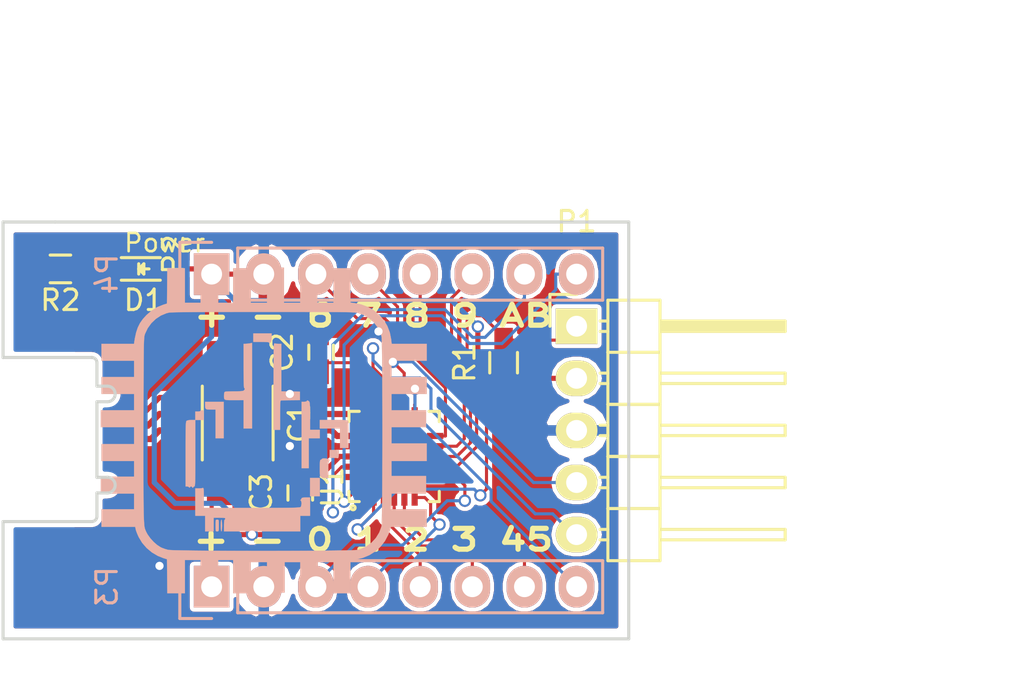
<source format=kicad_pcb>
(kicad_pcb (version 4) (host pcbnew 4.0.1-3.201512221402+6198~38~ubuntu14.04.1-stable)

  (general
    (links 38)
    (no_connects 0)
    (area 101.379999 70.81 154.355715 104.118333)
    (thickness 1.6)
    (drawings 26)
    (tracks 252)
    (zones 0)
    (modules 12)
    (nets 23)
  )

  (page A4)
  (layers
    (0 F.Cu signal)
    (31 B.Cu signal)
    (32 B.Adhes user)
    (33 F.Adhes user)
    (34 B.Paste user)
    (35 F.Paste user)
    (36 B.SilkS user)
    (37 F.SilkS user)
    (38 B.Mask user)
    (39 F.Mask user)
    (40 Dwgs.User user)
    (41 Cmts.User user)
    (42 Eco1.User user)
    (43 Eco2.User user)
    (44 Edge.Cuts user)
    (45 Margin user)
    (46 B.CrtYd user)
    (47 F.CrtYd user)
    (48 B.Fab user)
    (49 F.Fab user)
  )

  (setup
    (last_trace_width 0.15)
    (trace_clearance 0.15)
    (zone_clearance 0.2)
    (zone_45_only no)
    (trace_min 0.15)
    (segment_width 0.2)
    (edge_width 0.15)
    (via_size 0.6)
    (via_drill 0.4)
    (via_min_size 0.4)
    (via_min_drill 0.3)
    (uvia_size 0.3)
    (uvia_drill 0.1)
    (uvias_allowed no)
    (uvia_min_size 0.2)
    (uvia_min_drill 0.1)
    (pcb_text_width 0.3)
    (pcb_text_size 1.5 1.5)
    (mod_edge_width 0.15)
    (mod_text_size 1 1)
    (mod_text_width 0.15)
    (pad_size 1.524 1.524)
    (pad_drill 0.762)
    (pad_to_mask_clearance 0.2)
    (aux_axis_origin 0 0)
    (visible_elements 7FFFFFFF)
    (pcbplotparams
      (layerselection 0x00030_80000001)
      (usegerberextensions false)
      (excludeedgelayer true)
      (linewidth 0.100000)
      (plotframeref false)
      (viasonmask false)
      (mode 1)
      (useauxorigin false)
      (hpglpennumber 1)
      (hpglpenspeed 20)
      (hpglpendiameter 15)
      (hpglpenoverlay 2)
      (psnegative false)
      (psa4output false)
      (plotreference true)
      (plotvalue true)
      (plotinvisibletext false)
      (padsonsilk false)
      (subtractmaskfromsilk false)
      (outputformat 1)
      (mirror false)
      (drillshape 1)
      (scaleselection 1)
      (outputdirectory ""))
  )

  (net 0 "")
  (net 1 +5V)
  (net 2 GND)
  (net 3 "Net-(C2-Pad1)")
  (net 4 ~MCLR)
  (net 5 PGD)
  (net 6 /D-)
  (net 7 /D+)
  (net 8 "Net-(P3-Pad3)")
  (net 9 "Net-(P3-Pad4)")
  (net 10 "Net-(P3-Pad5)")
  (net 11 "Net-(P3-Pad6)")
  (net 12 "Net-(P3-Pad7)")
  (net 13 "Net-(P3-Pad8)")
  (net 14 "Net-(P4-Pad3)")
  (net 15 "Net-(P4-Pad4)")
  (net 16 "Net-(P4-Pad5)")
  (net 17 "Net-(P4-Pad6)")
  (net 18 "Net-(P4-Pad7)")
  (net 19 "Net-(P4-Pad8)")
  (net 20 PGC)
  (net 21 "Net-(D1-Pad1)")
  (net 22 "Net-(P2-Pad4)")

  (net_class Default "Dies ist die voreingestellte Netzklasse."
    (clearance 0.15)
    (trace_width 0.15)
    (via_dia 0.6)
    (via_drill 0.4)
    (uvia_dia 0.3)
    (uvia_drill 0.1)
    (add_net "Net-(C2-Pad1)")
    (add_net "Net-(D1-Pad1)")
    (add_net "Net-(P2-Pad4)")
    (add_net "Net-(P3-Pad3)")
    (add_net "Net-(P3-Pad4)")
    (add_net "Net-(P3-Pad5)")
    (add_net "Net-(P3-Pad6)")
    (add_net "Net-(P3-Pad7)")
    (add_net "Net-(P3-Pad8)")
    (add_net "Net-(P4-Pad3)")
    (add_net "Net-(P4-Pad4)")
    (add_net "Net-(P4-Pad5)")
    (add_net "Net-(P4-Pad6)")
    (add_net "Net-(P4-Pad7)")
    (add_net "Net-(P4-Pad8)")
    (add_net PGC)
    (add_net PGD)
    (add_net ~MCLR)
  )

  (net_class Power ""
    (clearance 0.15)
    (trace_width 0.25)
    (via_dia 0.6)
    (via_drill 0.4)
    (uvia_dia 0.3)
    (uvia_drill 0.1)
    (add_net +5V)
    (add_net GND)
  )

  (net_class USB ""
    (clearance 0.15)
    (trace_width 0.3)
    (via_dia 0.6)
    (via_drill 0.4)
    (uvia_dia 0.3)
    (uvia_drill 0.1)
    (add_net /D+)
    (add_net /D-)
  )

  (module PIC16f1459_QFN_Breakout:USB_Micro_B_PCB_Recessed (layer F.Cu) (tedit 56603FD9) (tstamp 5660422F)
    (at 103.905 91.86 270)
    (path /565AF7C2)
    (fp_text reference P2 (at -9 -6 270) (layer F.SilkS)
      (effects (font (size 1 1) (thickness 0.15)))
    )
    (fp_text value USB_OTG (at 0 -9 270) (layer F.Fab)
      (effects (font (size 1 1) (thickness 0.15)))
    )
    (fp_text user CutOut (at 0 -0.1 270) (layer F.Fab)
      (effects (font (size 1 1) (thickness 0.15)))
    )
    (fp_arc (start -2.2 -2.7) (end -2.6 -2.7) (angle 180) (layer B.CrtYd) (width 0.15))
    (fp_arc (start 2.2 -2.7) (end 1.8 -2.7) (angle 180) (layer B.CrtYd) (width 0.15))
    (fp_line (start 2.6 -2.3) (end 2.6 -2.7) (layer B.CrtYd) (width 0.15))
    (fp_line (start 1.8 -2.3) (end 1.8 -2.7) (layer B.CrtYd) (width 0.15))
    (fp_line (start -1.8 -2.3) (end -1.8 -2.7) (layer B.CrtYd) (width 0.15))
    (fp_line (start -2.6 -2.3) (end -2.6 -2.7) (layer B.CrtYd) (width 0.15))
    (fp_line (start 3.8 -2.3) (end 2.6 -2.3) (layer B.CrtYd) (width 0.15))
    (fp_line (start -3.8 -2.3) (end -2.6 -2.3) (layer B.CrtYd) (width 0.15))
    (fp_line (start -1.8 -2.3) (end 1.8 -2.3) (layer B.CrtYd) (width 0.15))
    (fp_line (start 0 -2.3) (end -1.8 -2.3) (layer B.CrtYd) (width 0.15))
    (fp_arc (start 3.8 -2.1) (end 3.8 -2.3) (angle 90) (layer B.CrtYd) (width 0.15))
    (fp_arc (start -3.8 -2.1) (end -4 -2.1) (angle 90) (layer B.CrtYd) (width 0.15))
    (fp_line (start 4 -2.1) (end 4 2.3) (layer B.CrtYd) (width 0.15))
    (fp_line (start -4 2.3) (end -4 -2.1) (layer B.CrtYd) (width 0.15))
    (pad 1 smd rect (at -1.3 -3.3 270) (size 0.4 1.4) (layers F.Cu F.Paste F.Mask)
      (net 1 +5V))
    (pad 2 smd rect (at -0.65 -3.3 270) (size 0.4 1.4) (layers F.Cu F.Paste F.Mask)
      (net 6 /D-))
    (pad 3 smd rect (at 0 -3.3 270) (size 0.4 1.4) (layers F.Cu F.Paste F.Mask)
      (net 7 /D+))
    (pad 4 smd rect (at 0.65 -3.3 270) (size 0.4 1.4) (layers F.Cu F.Paste F.Mask)
      (net 22 "Net-(P2-Pad4)"))
    (pad 5 smd rect (at 1.3 -3.3 270) (size 0.4 1.4) (layers F.Cu F.Paste F.Mask)
      (net 2 GND))
    (pad 6 smd rect (at -5.5 0.4 270) (size 2.2 2) (layers F.Cu F.Paste F.Mask)
      (net 2 GND))
    (pad 6 smd rect (at 5.5 0.4 270) (size 2.2 2) (layers F.Cu F.Paste F.Mask)
      (net 2 GND))
  )

  (module Capacitors_SMD:C_1812_HandSoldering (layer F.Cu) (tedit 541A9C88) (tstamp 565B02AE)
    (at 113.03 91.08 270)
    (descr "Capacitor SMD 1812, hand soldering")
    (tags "capacitor 1812")
    (path /565AF98D)
    (attr smd)
    (fp_text reference C1 (at 0 -3 270) (layer F.SilkS)
      (effects (font (size 1 1) (thickness 0.15)))
    )
    (fp_text value C (at 0 3 270) (layer F.Fab)
      (effects (font (size 1 1) (thickness 0.15)))
    )
    (fp_line (start -4.3 -1.85) (end 4.3 -1.85) (layer F.CrtYd) (width 0.05))
    (fp_line (start -4.3 1.85) (end 4.3 1.85) (layer F.CrtYd) (width 0.05))
    (fp_line (start -4.3 -1.85) (end -4.3 1.85) (layer F.CrtYd) (width 0.05))
    (fp_line (start 4.3 -1.85) (end 4.3 1.85) (layer F.CrtYd) (width 0.05))
    (fp_line (start 1.8 -1.725) (end -1.8 -1.725) (layer F.SilkS) (width 0.15))
    (fp_line (start -1.8 1.725) (end 1.8 1.725) (layer F.SilkS) (width 0.15))
    (pad 1 smd rect (at -2.9 0 270) (size 2.2 3) (layers F.Cu F.Paste F.Mask)
      (net 1 +5V))
    (pad 2 smd rect (at 2.9 0 270) (size 2.2 3) (layers F.Cu F.Paste F.Mask)
      (net 2 GND))
    (model Capacitors_SMD.3dshapes/C_1812_HandSoldering.wrl
      (at (xyz 0 0 0))
      (scale (xyz 1 1 1))
      (rotate (xyz 0 0 0))
    )
  )

  (module Capacitors_SMD:C_0603_HandSoldering (layer F.Cu) (tedit 541A9B4D) (tstamp 565B02BA)
    (at 117.094 87.63 90)
    (descr "Capacitor SMD 0603, hand soldering")
    (tags "capacitor 0603")
    (path /565B068C)
    (attr smd)
    (fp_text reference C2 (at 0 -1.9 90) (layer F.SilkS)
      (effects (font (size 1 1) (thickness 0.15)))
    )
    (fp_text value 100n (at 0 1.9 90) (layer F.Fab)
      (effects (font (size 1 1) (thickness 0.15)))
    )
    (fp_line (start -1.85 -0.75) (end 1.85 -0.75) (layer F.CrtYd) (width 0.05))
    (fp_line (start -1.85 0.75) (end 1.85 0.75) (layer F.CrtYd) (width 0.05))
    (fp_line (start -1.85 -0.75) (end -1.85 0.75) (layer F.CrtYd) (width 0.05))
    (fp_line (start 1.85 -0.75) (end 1.85 0.75) (layer F.CrtYd) (width 0.05))
    (fp_line (start -0.35 -0.6) (end 0.35 -0.6) (layer F.SilkS) (width 0.15))
    (fp_line (start 0.35 0.6) (end -0.35 0.6) (layer F.SilkS) (width 0.15))
    (pad 1 smd rect (at -0.95 0 90) (size 1.2 0.75) (layers F.Cu F.Paste F.Mask)
      (net 3 "Net-(C2-Pad1)"))
    (pad 2 smd rect (at 0.95 0 90) (size 1.2 0.75) (layers F.Cu F.Paste F.Mask)
      (net 2 GND))
    (model Capacitors_SMD.3dshapes/C_0603_HandSoldering.wrl
      (at (xyz 0 0 0))
      (scale (xyz 1 1 1))
      (rotate (xyz 0 0 0))
    )
  )

  (module Capacitors_SMD:C_0603_HandSoldering (layer F.Cu) (tedit 541A9B4D) (tstamp 565B02C6)
    (at 116.078 94.488 90)
    (descr "Capacitor SMD 0603, hand soldering")
    (tags "capacitor 0603")
    (path /565B070B)
    (attr smd)
    (fp_text reference C3 (at 0 -1.9 90) (layer F.SilkS)
      (effects (font (size 1 1) (thickness 0.15)))
    )
    (fp_text value 100n (at 0 1.9 90) (layer F.Fab)
      (effects (font (size 1 1) (thickness 0.15)))
    )
    (fp_line (start -1.85 -0.75) (end 1.85 -0.75) (layer F.CrtYd) (width 0.05))
    (fp_line (start -1.85 0.75) (end 1.85 0.75) (layer F.CrtYd) (width 0.05))
    (fp_line (start -1.85 -0.75) (end -1.85 0.75) (layer F.CrtYd) (width 0.05))
    (fp_line (start 1.85 -0.75) (end 1.85 0.75) (layer F.CrtYd) (width 0.05))
    (fp_line (start -0.35 -0.6) (end 0.35 -0.6) (layer F.SilkS) (width 0.15))
    (fp_line (start 0.35 0.6) (end -0.35 0.6) (layer F.SilkS) (width 0.15))
    (pad 1 smd rect (at -0.95 0 90) (size 1.2 0.75) (layers F.Cu F.Paste F.Mask)
      (net 1 +5V))
    (pad 2 smd rect (at 0.95 0 90) (size 1.2 0.75) (layers F.Cu F.Paste F.Mask)
      (net 2 GND))
    (model Capacitors_SMD.3dshapes/C_0603_HandSoldering.wrl
      (at (xyz 0 0 0))
      (scale (xyz 1 1 1))
      (rotate (xyz 0 0 0))
    )
  )

  (module Pin_Headers:Pin_Header_Straight_1x08 (layer B.Cu) (tedit 0) (tstamp 565B0309)
    (at 111.76 99.06 270)
    (descr "Through hole pin header")
    (tags "pin header")
    (path /565B0A65)
    (fp_text reference P3 (at 0 5.1 270) (layer B.SilkS)
      (effects (font (size 1 1) (thickness 0.15)) (justify mirror))
    )
    (fp_text value CONN_01X08 (at 0 3.1 270) (layer B.Fab)
      (effects (font (size 1 1) (thickness 0.15)) (justify mirror))
    )
    (fp_line (start -1.75 1.75) (end -1.75 -19.55) (layer B.CrtYd) (width 0.05))
    (fp_line (start 1.75 1.75) (end 1.75 -19.55) (layer B.CrtYd) (width 0.05))
    (fp_line (start -1.75 1.75) (end 1.75 1.75) (layer B.CrtYd) (width 0.05))
    (fp_line (start -1.75 -19.55) (end 1.75 -19.55) (layer B.CrtYd) (width 0.05))
    (fp_line (start 1.27 -1.27) (end 1.27 -19.05) (layer B.SilkS) (width 0.15))
    (fp_line (start 1.27 -19.05) (end -1.27 -19.05) (layer B.SilkS) (width 0.15))
    (fp_line (start -1.27 -19.05) (end -1.27 -1.27) (layer B.SilkS) (width 0.15))
    (fp_line (start 1.55 1.55) (end 1.55 0) (layer B.SilkS) (width 0.15))
    (fp_line (start 1.27 -1.27) (end -1.27 -1.27) (layer B.SilkS) (width 0.15))
    (fp_line (start -1.55 0) (end -1.55 1.55) (layer B.SilkS) (width 0.15))
    (fp_line (start -1.55 1.55) (end 1.55 1.55) (layer B.SilkS) (width 0.15))
    (pad 1 thru_hole rect (at 0 0 270) (size 2.032 1.7272) (drill 1.016) (layers *.Cu *.Mask B.SilkS)
      (net 1 +5V))
    (pad 2 thru_hole oval (at 0 -2.54 270) (size 2.032 1.7272) (drill 1.016) (layers *.Cu *.Mask B.SilkS)
      (net 2 GND))
    (pad 3 thru_hole oval (at 0 -5.08 270) (size 2.032 1.7272) (drill 1.016) (layers *.Cu *.Mask B.SilkS)
      (net 8 "Net-(P3-Pad3)"))
    (pad 4 thru_hole oval (at 0 -7.62 270) (size 2.032 1.7272) (drill 1.016) (layers *.Cu *.Mask B.SilkS)
      (net 9 "Net-(P3-Pad4)"))
    (pad 5 thru_hole oval (at 0 -10.16 270) (size 2.032 1.7272) (drill 1.016) (layers *.Cu *.Mask B.SilkS)
      (net 10 "Net-(P3-Pad5)"))
    (pad 6 thru_hole oval (at 0 -12.7 270) (size 2.032 1.7272) (drill 1.016) (layers *.Cu *.Mask B.SilkS)
      (net 11 "Net-(P3-Pad6)"))
    (pad 7 thru_hole oval (at 0 -15.24 270) (size 2.032 1.7272) (drill 1.016) (layers *.Cu *.Mask B.SilkS)
      (net 12 "Net-(P3-Pad7)"))
    (pad 8 thru_hole oval (at 0 -17.78 270) (size 2.032 1.7272) (drill 1.016) (layers *.Cu *.Mask B.SilkS)
      (net 13 "Net-(P3-Pad8)"))
    (model Pin_Headers.3dshapes/Pin_Header_Straight_1x08.wrl
      (at (xyz 0 -0.35 0))
      (scale (xyz 1 1 1))
      (rotate (xyz 0 0 90))
    )
  )

  (module Pin_Headers:Pin_Header_Straight_1x08 (layer B.Cu) (tedit 0) (tstamp 565B0320)
    (at 111.76 83.82 270)
    (descr "Through hole pin header")
    (tags "pin header")
    (path /565B09FE)
    (fp_text reference P4 (at 0 5.1 270) (layer B.SilkS)
      (effects (font (size 1 1) (thickness 0.15)) (justify mirror))
    )
    (fp_text value CONN_01X08 (at 0 3.1 270) (layer B.Fab)
      (effects (font (size 1 1) (thickness 0.15)) (justify mirror))
    )
    (fp_line (start -1.75 1.75) (end -1.75 -19.55) (layer B.CrtYd) (width 0.05))
    (fp_line (start 1.75 1.75) (end 1.75 -19.55) (layer B.CrtYd) (width 0.05))
    (fp_line (start -1.75 1.75) (end 1.75 1.75) (layer B.CrtYd) (width 0.05))
    (fp_line (start -1.75 -19.55) (end 1.75 -19.55) (layer B.CrtYd) (width 0.05))
    (fp_line (start 1.27 -1.27) (end 1.27 -19.05) (layer B.SilkS) (width 0.15))
    (fp_line (start 1.27 -19.05) (end -1.27 -19.05) (layer B.SilkS) (width 0.15))
    (fp_line (start -1.27 -19.05) (end -1.27 -1.27) (layer B.SilkS) (width 0.15))
    (fp_line (start 1.55 1.55) (end 1.55 0) (layer B.SilkS) (width 0.15))
    (fp_line (start 1.27 -1.27) (end -1.27 -1.27) (layer B.SilkS) (width 0.15))
    (fp_line (start -1.55 0) (end -1.55 1.55) (layer B.SilkS) (width 0.15))
    (fp_line (start -1.55 1.55) (end 1.55 1.55) (layer B.SilkS) (width 0.15))
    (pad 1 thru_hole rect (at 0 0 270) (size 2.032 1.7272) (drill 1.016) (layers *.Cu *.Mask B.SilkS)
      (net 1 +5V))
    (pad 2 thru_hole oval (at 0 -2.54 270) (size 2.032 1.7272) (drill 1.016) (layers *.Cu *.Mask B.SilkS)
      (net 2 GND))
    (pad 3 thru_hole oval (at 0 -5.08 270) (size 2.032 1.7272) (drill 1.016) (layers *.Cu *.Mask B.SilkS)
      (net 14 "Net-(P4-Pad3)"))
    (pad 4 thru_hole oval (at 0 -7.62 270) (size 2.032 1.7272) (drill 1.016) (layers *.Cu *.Mask B.SilkS)
      (net 15 "Net-(P4-Pad4)"))
    (pad 5 thru_hole oval (at 0 -10.16 270) (size 2.032 1.7272) (drill 1.016) (layers *.Cu *.Mask B.SilkS)
      (net 16 "Net-(P4-Pad5)"))
    (pad 6 thru_hole oval (at 0 -12.7 270) (size 2.032 1.7272) (drill 1.016) (layers *.Cu *.Mask B.SilkS)
      (net 17 "Net-(P4-Pad6)"))
    (pad 7 thru_hole oval (at 0 -15.24 270) (size 2.032 1.7272) (drill 1.016) (layers *.Cu *.Mask B.SilkS)
      (net 18 "Net-(P4-Pad7)"))
    (pad 8 thru_hole oval (at 0 -17.78 270) (size 2.032 1.7272) (drill 1.016) (layers *.Cu *.Mask B.SilkS)
      (net 19 "Net-(P4-Pad8)"))
    (model Pin_Headers.3dshapes/Pin_Header_Straight_1x08.wrl
      (at (xyz 0 -0.35 0))
      (scale (xyz 1 1 1))
      (rotate (xyz 0 0 90))
    )
  )

  (module Resistors_SMD:R_0603_HandSoldering (layer F.Cu) (tedit 5418A00F) (tstamp 565B032C)
    (at 125.984 88.138 90)
    (descr "Resistor SMD 0603, hand soldering")
    (tags "resistor 0603")
    (path /565AFCB6)
    (attr smd)
    (fp_text reference R1 (at 0 -1.9 90) (layer F.SilkS)
      (effects (font (size 1 1) (thickness 0.15)))
    )
    (fp_text value 10k (at 0 1.9 90) (layer F.Fab)
      (effects (font (size 1 1) (thickness 0.15)))
    )
    (fp_line (start -2 -0.8) (end 2 -0.8) (layer F.CrtYd) (width 0.05))
    (fp_line (start -2 0.8) (end 2 0.8) (layer F.CrtYd) (width 0.05))
    (fp_line (start -2 -0.8) (end -2 0.8) (layer F.CrtYd) (width 0.05))
    (fp_line (start 2 -0.8) (end 2 0.8) (layer F.CrtYd) (width 0.05))
    (fp_line (start 0.5 0.675) (end -0.5 0.675) (layer F.SilkS) (width 0.15))
    (fp_line (start -0.5 -0.675) (end 0.5 -0.675) (layer F.SilkS) (width 0.15))
    (pad 1 smd rect (at -1.1 0 90) (size 1.2 0.9) (layers F.Cu F.Paste F.Mask)
      (net 1 +5V))
    (pad 2 smd rect (at 1.1 0 90) (size 1.2 0.9) (layers F.Cu F.Paste F.Mask)
      (net 4 ~MCLR))
    (model Resistors_SMD.3dshapes/R_0603_HandSoldering.wrl
      (at (xyz 0 0 0))
      (scale (xyz 1 1 1))
      (rotate (xyz 0 0 0))
    )
  )

  (module Pin_Headers:Pin_Header_Angled_1x05 (layer F.Cu) (tedit 0) (tstamp 565B868A)
    (at 129.54 86.36)
    (descr "Through hole pin header")
    (tags "pin header")
    (path /565AFAB3)
    (fp_text reference P1 (at 0 -5.1) (layer F.SilkS)
      (effects (font (size 1 1) (thickness 0.15)))
    )
    (fp_text value CONN_01X05 (at 0 -3.1) (layer F.Fab)
      (effects (font (size 1 1) (thickness 0.15)))
    )
    (fp_line (start -1.5 -1.75) (end -1.5 11.95) (layer F.CrtYd) (width 0.05))
    (fp_line (start 10.65 -1.75) (end 10.65 11.95) (layer F.CrtYd) (width 0.05))
    (fp_line (start -1.5 -1.75) (end 10.65 -1.75) (layer F.CrtYd) (width 0.05))
    (fp_line (start -1.5 11.95) (end 10.65 11.95) (layer F.CrtYd) (width 0.05))
    (fp_line (start -1.3 -1.55) (end -1.3 0) (layer F.SilkS) (width 0.15))
    (fp_line (start 0 -1.55) (end -1.3 -1.55) (layer F.SilkS) (width 0.15))
    (fp_line (start 4.191 -0.127) (end 10.033 -0.127) (layer F.SilkS) (width 0.15))
    (fp_line (start 10.033 -0.127) (end 10.033 0.127) (layer F.SilkS) (width 0.15))
    (fp_line (start 10.033 0.127) (end 4.191 0.127) (layer F.SilkS) (width 0.15))
    (fp_line (start 4.191 0.127) (end 4.191 0) (layer F.SilkS) (width 0.15))
    (fp_line (start 4.191 0) (end 10.033 0) (layer F.SilkS) (width 0.15))
    (fp_line (start 1.524 -0.254) (end 1.143 -0.254) (layer F.SilkS) (width 0.15))
    (fp_line (start 1.524 0.254) (end 1.143 0.254) (layer F.SilkS) (width 0.15))
    (fp_line (start 1.524 2.286) (end 1.143 2.286) (layer F.SilkS) (width 0.15))
    (fp_line (start 1.524 2.794) (end 1.143 2.794) (layer F.SilkS) (width 0.15))
    (fp_line (start 1.524 4.826) (end 1.143 4.826) (layer F.SilkS) (width 0.15))
    (fp_line (start 1.524 5.334) (end 1.143 5.334) (layer F.SilkS) (width 0.15))
    (fp_line (start 1.524 7.366) (end 1.143 7.366) (layer F.SilkS) (width 0.15))
    (fp_line (start 1.524 7.874) (end 1.143 7.874) (layer F.SilkS) (width 0.15))
    (fp_line (start 1.524 10.414) (end 1.143 10.414) (layer F.SilkS) (width 0.15))
    (fp_line (start 1.524 9.906) (end 1.143 9.906) (layer F.SilkS) (width 0.15))
    (fp_line (start 4.064 1.27) (end 4.064 -1.27) (layer F.SilkS) (width 0.15))
    (fp_line (start 10.16 0.254) (end 4.064 0.254) (layer F.SilkS) (width 0.15))
    (fp_line (start 10.16 -0.254) (end 10.16 0.254) (layer F.SilkS) (width 0.15))
    (fp_line (start 4.064 -0.254) (end 10.16 -0.254) (layer F.SilkS) (width 0.15))
    (fp_line (start 1.524 1.27) (end 4.064 1.27) (layer F.SilkS) (width 0.15))
    (fp_line (start 1.524 -1.27) (end 1.524 1.27) (layer F.SilkS) (width 0.15))
    (fp_line (start 1.524 -1.27) (end 4.064 -1.27) (layer F.SilkS) (width 0.15))
    (fp_line (start 1.524 3.81) (end 4.064 3.81) (layer F.SilkS) (width 0.15))
    (fp_line (start 1.524 3.81) (end 1.524 6.35) (layer F.SilkS) (width 0.15))
    (fp_line (start 1.524 6.35) (end 4.064 6.35) (layer F.SilkS) (width 0.15))
    (fp_line (start 4.064 4.826) (end 10.16 4.826) (layer F.SilkS) (width 0.15))
    (fp_line (start 10.16 4.826) (end 10.16 5.334) (layer F.SilkS) (width 0.15))
    (fp_line (start 10.16 5.334) (end 4.064 5.334) (layer F.SilkS) (width 0.15))
    (fp_line (start 4.064 6.35) (end 4.064 3.81) (layer F.SilkS) (width 0.15))
    (fp_line (start 4.064 3.81) (end 4.064 1.27) (layer F.SilkS) (width 0.15))
    (fp_line (start 10.16 2.794) (end 4.064 2.794) (layer F.SilkS) (width 0.15))
    (fp_line (start 10.16 2.286) (end 10.16 2.794) (layer F.SilkS) (width 0.15))
    (fp_line (start 4.064 2.286) (end 10.16 2.286) (layer F.SilkS) (width 0.15))
    (fp_line (start 1.524 3.81) (end 4.064 3.81) (layer F.SilkS) (width 0.15))
    (fp_line (start 1.524 1.27) (end 1.524 3.81) (layer F.SilkS) (width 0.15))
    (fp_line (start 1.524 1.27) (end 4.064 1.27) (layer F.SilkS) (width 0.15))
    (fp_line (start 1.524 8.89) (end 4.064 8.89) (layer F.SilkS) (width 0.15))
    (fp_line (start 1.524 8.89) (end 1.524 11.43) (layer F.SilkS) (width 0.15))
    (fp_line (start 1.524 11.43) (end 4.064 11.43) (layer F.SilkS) (width 0.15))
    (fp_line (start 4.064 9.906) (end 10.16 9.906) (layer F.SilkS) (width 0.15))
    (fp_line (start 10.16 9.906) (end 10.16 10.414) (layer F.SilkS) (width 0.15))
    (fp_line (start 10.16 10.414) (end 4.064 10.414) (layer F.SilkS) (width 0.15))
    (fp_line (start 4.064 11.43) (end 4.064 8.89) (layer F.SilkS) (width 0.15))
    (fp_line (start 4.064 8.89) (end 4.064 6.35) (layer F.SilkS) (width 0.15))
    (fp_line (start 10.16 7.874) (end 4.064 7.874) (layer F.SilkS) (width 0.15))
    (fp_line (start 10.16 7.366) (end 10.16 7.874) (layer F.SilkS) (width 0.15))
    (fp_line (start 4.064 7.366) (end 10.16 7.366) (layer F.SilkS) (width 0.15))
    (fp_line (start 1.524 8.89) (end 4.064 8.89) (layer F.SilkS) (width 0.15))
    (fp_line (start 1.524 6.35) (end 1.524 8.89) (layer F.SilkS) (width 0.15))
    (fp_line (start 1.524 6.35) (end 4.064 6.35) (layer F.SilkS) (width 0.15))
    (pad 1 thru_hole rect (at 0 0) (size 2.032 1.7272) (drill 1.016) (layers *.Cu *.Mask F.SilkS)
      (net 4 ~MCLR))
    (pad 2 thru_hole oval (at 0 2.54) (size 2.032 1.7272) (drill 1.016) (layers *.Cu *.Mask F.SilkS)
      (net 1 +5V))
    (pad 3 thru_hole oval (at 0 5.08) (size 2.032 1.7272) (drill 1.016) (layers *.Cu *.Mask F.SilkS)
      (net 2 GND))
    (pad 4 thru_hole oval (at 0 7.62) (size 2.032 1.7272) (drill 1.016) (layers *.Cu *.Mask F.SilkS)
      (net 20 PGC))
    (pad 5 thru_hole oval (at 0 10.16) (size 2.032 1.7272) (drill 1.016) (layers *.Cu *.Mask F.SilkS)
      (net 5 PGD))
    (model Pin_Headers.3dshapes/Pin_Header_Angled_1x05.wrl
      (at (xyz 0 -0.2 0))
      (scale (xyz 1 1 1))
      (rotate (xyz 0 0 90))
    )
  )

  (module LEDs:LED-0603 (layer F.Cu) (tedit 55BDE255) (tstamp 565B8748)
    (at 108.458 83.566)
    (descr "LED 0603 smd package")
    (tags "LED led 0603 SMD smd SMT smt smdled SMDLED smtled SMTLED")
    (path /565B98BA)
    (attr smd)
    (fp_text reference D1 (at 0 1.524) (layer F.SilkS)
      (effects (font (size 1 1) (thickness 0.15)))
    )
    (fp_text value POWER (at 0 1.5) (layer F.Fab)
      (effects (font (size 1 1) (thickness 0.15)))
    )
    (fp_line (start -1.1 0.55) (end 0.8 0.55) (layer F.SilkS) (width 0.15))
    (fp_line (start -1.1 -0.55) (end 0.8 -0.55) (layer F.SilkS) (width 0.15))
    (fp_line (start -0.2 0) (end 0.25 0) (layer F.SilkS) (width 0.15))
    (fp_line (start -0.25 -0.25) (end -0.25 0.25) (layer F.SilkS) (width 0.15))
    (fp_line (start -0.25 0) (end 0 -0.25) (layer F.SilkS) (width 0.15))
    (fp_line (start 0 -0.25) (end 0 0.25) (layer F.SilkS) (width 0.15))
    (fp_line (start 0 0.25) (end -0.25 0) (layer F.SilkS) (width 0.15))
    (fp_line (start 1.4 -0.75) (end 1.4 0.75) (layer F.CrtYd) (width 0.05))
    (fp_line (start 1.4 0.75) (end -1.4 0.75) (layer F.CrtYd) (width 0.05))
    (fp_line (start -1.4 0.75) (end -1.4 -0.75) (layer F.CrtYd) (width 0.05))
    (fp_line (start -1.4 -0.75) (end 1.4 -0.75) (layer F.CrtYd) (width 0.05))
    (pad 2 smd rect (at 0.7493 0 180) (size 0.79756 0.79756) (layers F.Cu F.Paste F.Mask)
      (net 1 +5V))
    (pad 1 smd rect (at -0.7493 0 180) (size 0.79756 0.79756) (layers F.Cu F.Paste F.Mask)
      (net 21 "Net-(D1-Pad1)"))
  )

  (module Resistors_SMD:R_0603_HandSoldering (layer F.Cu) (tedit 5418A00F) (tstamp 565B8754)
    (at 104.394 83.566 180)
    (descr "Resistor SMD 0603, hand soldering")
    (tags "resistor 0603")
    (path /565B9800)
    (attr smd)
    (fp_text reference R2 (at 0 -1.524 180) (layer F.SilkS)
      (effects (font (size 1 1) (thickness 0.15)))
    )
    (fp_text value 330R (at 0 1.9 180) (layer F.Fab)
      (effects (font (size 1 1) (thickness 0.15)))
    )
    (fp_line (start -2 -0.8) (end 2 -0.8) (layer F.CrtYd) (width 0.05))
    (fp_line (start -2 0.8) (end 2 0.8) (layer F.CrtYd) (width 0.05))
    (fp_line (start -2 -0.8) (end -2 0.8) (layer F.CrtYd) (width 0.05))
    (fp_line (start 2 -0.8) (end 2 0.8) (layer F.CrtYd) (width 0.05))
    (fp_line (start 0.5 0.675) (end -0.5 0.675) (layer F.SilkS) (width 0.15))
    (fp_line (start -0.5 -0.675) (end 0.5 -0.675) (layer F.SilkS) (width 0.15))
    (pad 1 smd rect (at -1.1 0 180) (size 1.2 0.9) (layers F.Cu F.Paste F.Mask)
      (net 21 "Net-(D1-Pad1)"))
    (pad 2 smd rect (at 1.1 0 180) (size 1.2 0.9) (layers F.Cu F.Paste F.Mask)
      (net 2 GND))
    (model Resistors_SMD.3dshapes/R_0603_HandSoldering.wrl
      (at (xyz 0 0 0))
      (scale (xyz 1 1 1))
      (rotate (xyz 0 0 0))
    )
  )

  (module PIC16f1459_QFN_Breakout:QFN20_0.5mm_pitch (layer F.Cu) (tedit 565B6C4E) (tstamp 565B7946)
    (at 120.65 92.71 90)
    (path /565B0497)
    (fp_text reference U1 (at -1.5 -3 90) (layer F.SilkS)
      (effects (font (size 1 1) (thickness 0.15)))
    )
    (fp_text value 16F1459_QFN20 (at 0.5 -5 90) (layer F.Fab)
      (effects (font (size 1 1) (thickness 0.15)))
    )
    (fp_circle (center -2.5 -2) (end -2.5 -2.1) (layer F.SilkS) (width 0.15))
    (fp_line (start 2.2 -2.2) (end 2.2 -1.7) (layer F.SilkS) (width 0.15))
    (fp_line (start 1.7 -2.2) (end 2.2 -2.2) (layer F.SilkS) (width 0.15))
    (fp_line (start 2.2 2.2) (end 2.2 1.7) (layer F.SilkS) (width 0.15))
    (fp_line (start 1.7 2.2) (end 2.2 2.2) (layer F.SilkS) (width 0.15))
    (fp_line (start -2.2 2.2) (end -1.7 2.2) (layer F.SilkS) (width 0.15))
    (fp_line (start -2.2 1.7) (end -2.2 2.2) (layer F.SilkS) (width 0.15))
    (fp_line (start -2.2 -2.2) (end -2.2 -1.7) (layer F.SilkS) (width 0.15))
    (fp_line (start -1.7 -2.2) (end -2.2 -2.2) (layer F.SilkS) (width 0.15))
    (pad EP smd rect (at 0 0 90) (size 2.5 2.5) (layers F.Cu F.Paste F.Mask))
    (pad 1 smd rect (at -2 -1 180) (size 0.3 0.8) (layers F.Cu F.Paste F.Mask)
      (net 4 ~MCLR))
    (pad 2 smd rect (at -2 -0.5 180) (size 0.3 0.8) (layers F.Cu F.Paste F.Mask)
      (net 10 "Net-(P3-Pad5)"))
    (pad 3 smd rect (at -2 0 180) (size 0.3 0.8) (layers F.Cu F.Paste F.Mask)
      (net 11 "Net-(P3-Pad6)"))
    (pad 4 smd rect (at -2 0.5 180) (size 0.3 0.8) (layers F.Cu F.Paste F.Mask)
      (net 12 "Net-(P3-Pad7)"))
    (pad 5 smd rect (at -2 1 180) (size 0.3 0.8) (layers F.Cu F.Paste F.Mask)
      (net 9 "Net-(P3-Pad4)"))
    (pad 7 smd rect (at -0.5 2 270) (size 0.3 0.8) (layers F.Cu F.Paste F.Mask)
      (net 17 "Net-(P4-Pad6)"))
    (pad 9 smd rect (at 0.5 2 270) (size 0.3 0.8) (layers F.Cu F.Paste F.Mask)
      (net 15 "Net-(P4-Pad4)"))
    (pad 10 smd rect (at 1 2 270) (size 0.3 0.8) (layers F.Cu F.Paste F.Mask)
      (net 14 "Net-(P4-Pad3)"))
    (pad 8 smd rect (at 0 2 270) (size 0.3 0.8) (layers F.Cu F.Paste F.Mask)
      (net 16 "Net-(P4-Pad5)"))
    (pad 6 smd rect (at -1 2 270) (size 0.3 0.8) (layers F.Cu F.Paste F.Mask)
      (net 8 "Net-(P3-Pad3)"))
    (pad 13 smd rect (at 2 0) (size 0.3 0.8) (layers F.Cu F.Paste F.Mask)
      (net 5 PGD))
    (pad 14 smd rect (at 2 -0.5) (size 0.3 0.8) (layers F.Cu F.Paste F.Mask)
      (net 3 "Net-(C2-Pad1)"))
    (pad 11 smd rect (at 2 1) (size 0.3 0.8) (layers F.Cu F.Paste F.Mask)
      (net 13 "Net-(P3-Pad8)"))
    (pad 12 smd rect (at 2 0.5) (size 0.3 0.8) (layers F.Cu F.Paste F.Mask)
      (net 20 PGC))
    (pad 15 smd rect (at 2 -1) (size 0.3 0.8) (layers F.Cu F.Paste F.Mask)
      (net 6 /D-))
    (pad 18 smd rect (at 0 -2 90) (size 0.3 0.8) (layers F.Cu F.Paste F.Mask)
      (net 1 +5V))
    (pad 19 smd rect (at -0.5 -2 90) (size 0.3 0.8) (layers F.Cu F.Paste F.Mask)
      (net 18 "Net-(P4-Pad7)"))
    (pad 16 smd rect (at 1 -2 90) (size 0.3 0.8) (layers F.Cu F.Paste F.Mask)
      (net 7 /D+))
    (pad 17 smd rect (at 0.5 -2 90) (size 0.3 0.8) (layers F.Cu F.Paste F.Mask)
      (net 2 GND))
    (pad 20 smd rect (at -1 -2 90) (size 0.3 0.8) (layers F.Cu F.Paste F.Mask)
      (net 19 "Net-(P4-Pad8)"))
    (model /home/hele/pic18-IR-Transmitter/PIC16f1459_QFN_Breakout/QFN20_0_5mm_pitch.wrl
      (at (xyz 0 0 0))
      (scale (xyz 0.3937 0.3937 0.3937))
      (rotate (xyz 0 0 0))
    )
  )

  (module "PIC24 USB:fingerchip_Logo" (layer B.Cu) (tedit 0) (tstamp 566B714A)
    (at 114.3 91.44 180)
    (fp_text reference G*** (at 0 0 180) (layer B.SilkS) hide
      (effects (font (thickness 0.3)) (justify mirror))
    )
    (fp_text value LOGO (at 0.75 0 180) (layer B.SilkS) hide
      (effects (font (thickness 0.3)) (justify mirror))
    )
    (fp_poly (pts (xy -0.15875 6.223) (xy 0.635 6.223) (xy 0.635 7.90575) (xy 1.49225 7.90575)
      (xy 1.49225 6.223) (xy 2.2225 6.223) (xy 2.2225 7.9375) (xy 3.07975 7.9375)
      (xy 3.07975 6.223) (xy 3.84175 6.223) (xy 3.84175 7.90575) (xy 4.697979 7.90575)
      (xy 4.714875 6.184066) (xy 4.890397 6.129772) (xy 5.186989 6.01147) (xy 5.456786 5.845711)
      (xy 5.71257 5.624594) (xy 5.720186 5.616996) (xy 5.894496 5.424303) (xy 6.031694 5.227665)
      (xy 6.137849 5.013818) (xy 6.219031 4.769497) (xy 6.281308 4.481437) (xy 6.303641 4.341813)
      (xy 6.321127 4.22275) (xy 7.90575 4.22275) (xy 7.90575 3.39725) (xy 6.31825 3.39725)
      (xy 6.31825 2.6035) (xy 7.90575 2.6035) (xy 7.90575 1.778) (xy 6.31825 1.778)
      (xy 6.31825 0.98425) (xy 7.9375 0.98425) (xy 7.9375 0.15875) (xy 6.31825 0.15875)
      (xy 6.31825 -0.66675) (xy 7.90575 -0.66675) (xy 7.90575 -1.49225) (xy 6.31825 -1.49225)
      (xy 6.31825 -2.25425) (xy 7.9375 -2.25425) (xy 7.9375 -3.07975) (xy 6.31825 -3.07975)
      (xy 6.31825 -3.84175) (xy 7.90575 -3.84175) (xy 7.90575 -4.699) (xy 6.261816 -4.699)
      (xy 6.240304 -4.818062) (xy 6.216655 -4.900914) (xy 6.1721 -5.019362) (xy 6.114735 -5.152515)
      (xy 6.091144 -5.202871) (xy 5.923185 -5.481992) (xy 5.704587 -5.733577) (xy 5.445275 -5.949177)
      (xy 5.155174 -6.120343) (xy 4.890397 -6.225021) (xy 4.714875 -6.279314) (xy 4.697945 -7.9375)
      (xy 3.84175 -7.9375) (xy 3.84175 -6.31825) (xy 3.07975 -6.31825) (xy 3.07975 -7.90575)
      (xy 2.2225 -7.90575) (xy 2.2225 -6.31825) (xy 1.49225 -6.31825) (xy 1.49225 -7.9375)
      (xy 0.635 -7.9375) (xy 0.635 -6.31825) (xy -0.15875 -6.31825) (xy -0.15875 -7.90575)
      (xy -1.016 -7.90575) (xy -1.016 -6.31825) (xy -1.778 -6.31825) (xy -1.778 -7.9375)
      (xy -2.63525 -7.9375) (xy -2.63525 -6.31825) (xy -3.39725 -6.31825) (xy -3.39725 -7.9375)
      (xy -4.22275 -7.9375) (xy -4.22275 -6.328142) (xy -4.472287 -6.292853) (xy -4.821791 -6.21315)
      (xy -5.144676 -6.079117) (xy -5.435614 -5.895192) (xy -5.689274 -5.665817) (xy -5.900327 -5.39543)
      (xy -6.063443 -5.088471) (xy -6.128368 -4.913312) (xy -6.196757 -4.699) (xy -7.9375 -4.699)
      (xy -7.9375 -3.84175) (xy -6.223 -3.84175) (xy -6.223 -3.07975) (xy -7.90575 -3.07975)
      (xy -7.90575 -2.2225) (xy -6.223 -2.2225) (xy -6.223 -1.49225) (xy -7.9375 -1.49225)
      (xy -7.9375 -0.635) (xy -6.223 -0.635) (xy -6.223 0.06033) (xy -5.782274 0.06033)
      (xy -5.782147 -0.415711) (xy -5.781558 -0.8883) (xy -5.780505 -1.352974) (xy -5.778989 -1.80527)
      (xy -5.77701 -2.240723) (xy -5.774567 -2.654872) (xy -5.771662 -3.043252) (xy -5.768294 -3.4014)
      (xy -5.764462 -3.724853) (xy -5.760167 -4.009147) (xy -5.75541 -4.249819) (xy -5.750189 -4.442406)
      (xy -5.744505 -4.582445) (xy -5.738358 -4.665471) (xy -5.735419 -4.683125) (xy -5.625662 -4.976288)
      (xy -5.463943 -5.239243) (xy -5.256748 -5.465478) (xy -5.010558 -5.648483) (xy -4.731858 -5.781748)
      (xy -4.600184 -5.823061) (xy -4.542579 -5.829887) (xy -4.425955 -5.836214) (xy -4.254792 -5.842041)
      (xy -4.033567 -5.847369) (xy -3.76676 -5.852197) (xy -3.45885 -5.856526) (xy -3.114316 -5.860354)
      (xy -2.737637 -5.863683) (xy -2.333292 -5.866512) (xy -1.90576 -5.868841) (xy -1.45952 -5.87067)
      (xy -0.999051 -5.871998) (xy -0.528831 -5.872827) (xy -0.053341 -5.873154) (xy 0.422941 -5.872981)
      (xy 0.895536 -5.872308) (xy 1.359965 -5.871134) (xy 1.811749 -5.869459) (xy 2.246409 -5.867283)
      (xy 2.659466 -5.864606) (xy 3.04644 -5.861428) (xy 3.402854 -5.857749) (xy 3.724228 -5.853568)
      (xy 4.006083 -5.848886) (xy 4.24394 -5.843703) (xy 4.43332 -5.838018) (xy 4.569743 -5.831831)
      (xy 4.648732 -5.825143) (xy 4.659596 -5.823258) (xy 4.800573 -5.783765) (xy 4.947166 -5.730054)
      (xy 5.024526 -5.695057) (xy 5.192931 -5.586463) (xy 5.365701 -5.435089) (xy 5.526439 -5.258161)
      (xy 5.658745 -5.072909) (xy 5.715783 -4.968875) (xy 5.752813 -4.889763) (xy 5.78049 -4.821717)
      (xy 5.800659 -4.753158) (xy 5.815164 -4.672509) (xy 5.825852 -4.568191) (xy 5.834566 -4.428626)
      (xy 5.843151 -4.242238) (xy 5.847323 -4.143375) (xy 5.850425 -4.035072) (xy 5.853247 -3.867832)
      (xy 5.855775 -3.646216) (xy 5.857993 -3.374785) (xy 5.859889 -3.058102) (xy 5.861446 -2.700729)
      (xy 5.862653 -2.307226) (xy 5.863492 -1.882156) (xy 5.863952 -1.43008) (xy 5.864017 -0.955561)
      (xy 5.863672 -0.463159) (xy 5.862904 0.042562) (xy 5.861875 0.492125) (xy 5.860298 1.080791)
      (xy 5.858821 1.609361) (xy 5.85738 2.08124) (xy 5.855913 2.499832) (xy 5.854357 2.868543)
      (xy 5.85265 3.190775) (xy 5.850729 3.469934) (xy 5.848532 3.709423) (xy 5.845996 3.912648)
      (xy 5.843058 4.083013) (xy 5.839656 4.223922) (xy 5.835728 4.338779) (xy 5.831211 4.430989)
      (xy 5.826042 4.503956) (xy 5.820159 4.561085) (xy 5.813499 4.605779) (xy 5.806 4.641444)
      (xy 5.797599 4.671484) (xy 5.788234 4.699303) (xy 5.784387 4.710062) (xy 5.65494 4.983811)
      (xy 5.477866 5.228356) (xy 5.261654 5.436224) (xy 5.014796 5.599944) (xy 4.745783 5.71204)
      (xy 4.607216 5.746093) (xy 4.547555 5.751205) (xy 4.425208 5.755897) (xy 4.240991 5.760164)
      (xy 3.995716 5.764) (xy 3.690197 5.767401) (xy 3.325248 5.770358) (xy 2.901682 5.772868)
      (xy 2.420314 5.774924) (xy 1.881957 5.776521) (xy 1.287424 5.777653) (xy 0.63753 5.778313)
      (xy 0.018212 5.7785) (xy -0.608352 5.778436) (xy -1.174566 5.778221) (xy -1.683579 5.777822)
      (xy -2.138541 5.777205) (xy -2.542602 5.776338) (xy -2.89891 5.775187) (xy -3.210616 5.773719)
      (xy -3.480869 5.7719) (xy -3.71282 5.769698) (xy -3.909616 5.767079) (xy -4.074409 5.76401)
      (xy -4.210347 5.760458) (xy -4.320581 5.756389) (xy -4.408259 5.75177) (xy -4.476531 5.746568)
      (xy -4.528548 5.740749) (xy -4.567458 5.734281) (xy -4.586556 5.729885) (xy -4.882933 5.621042)
      (xy -5.147693 5.460035) (xy -5.374917 5.252749) (xy -5.558684 5.00507) (xy -5.693074 4.722883)
      (xy -5.735419 4.587875) (xy -5.741776 4.53216) (xy -5.74767 4.417409) (xy -5.753101 4.248087)
      (xy -5.758068 4.028656) (xy -5.762573 3.763581) (xy -5.766614 3.457323) (xy -5.770193 3.114348)
      (xy -5.773308 2.739118) (xy -5.77596 2.336096) (xy -5.778149 1.909746) (xy -5.779875 1.464531)
      (xy -5.781138 1.004914) (xy -5.781937 0.53536) (xy -5.782274 0.06033) (xy -6.223 0.06033)
      (xy -6.223 0.15875) (xy -7.90575 0.15875) (xy -7.90575 0.98425) (xy -6.223 0.98425)
      (xy -6.223 1.778) (xy -7.9375 1.778) (xy -7.9375 2.6035) (xy -6.223 2.6035)
      (xy -6.223 3.39725) (xy -7.9375 3.39725) (xy -7.9375 4.22275) (xy -6.230398 4.22275)
      (xy -6.207907 4.432768) (xy -6.140698 4.775276) (xy -6.017964 5.09328) (xy -5.844608 5.381797)
      (xy -5.62553 5.635843) (xy -5.365631 5.850435) (xy -5.069814 6.020587) (xy -4.742979 6.141318)
      (xy -4.472287 6.197604) (xy -4.22275 6.232893) (xy -4.22275 7.90575) (xy -3.39725 7.90575)
      (xy -3.39725 6.223) (xy -2.6035 6.223) (xy -2.6035 7.90575) (xy -1.778 7.90575)
      (xy -1.778 6.223) (xy -0.98425 6.223) (xy -0.98425 7.9375) (xy -0.15875 7.9375)
      (xy -0.15875 6.223)) (layer B.SilkS) (width 0.01))
    (fp_poly (pts (xy 2.970642 -2.806259) (xy 2.971221 -2.806478) (xy 3.031608 -2.817904) (xy 3.127174 -2.824813)
      (xy 3.177596 -2.82575) (xy 3.33375 -2.82575) (xy 3.33375 -4.15925) (xy 2.8575 -4.15925)
      (xy 2.8575 -4.92125) (xy 2.44475 -4.92125) (xy 2.44475 -4.2545) (xy 2.159 -4.2545)
      (xy 2.019593 -4.256355) (xy 1.932759 -4.263129) (xy 1.887645 -4.276629) (xy 1.8734 -4.298664)
      (xy 1.87325 -4.302125) (xy 1.890394 -4.344376) (xy 1.905 -4.34975) (xy 1.920213 -4.379722)
      (xy 1.931065 -4.46269) (xy 1.936398 -4.588231) (xy 1.93675 -4.6355) (xy 1.93675 -4.92125)
      (xy -1.778 -4.92125) (xy -1.778 -4.15925) (xy -2.25425 -4.15925) (xy -2.25425 -3.27025)
      (xy -2.047875 -3.27025) (xy -1.93031 -3.27381) (xy -1.86526 -3.286042) (xy -1.842058 -3.30927)
      (xy -1.8415 -3.315229) (xy -1.81722 -3.367991) (xy -1.801813 -3.378729) (xy -1.778464 -3.39958)
      (xy -1.801813 -3.41577) (xy -1.829326 -3.458976) (xy -1.840224 -3.53837) (xy -1.834953 -3.628975)
      (xy -1.813959 -3.705815) (xy -1.796143 -3.732892) (xy -1.779822 -3.741615) (xy -1.746772 -3.749177)
      (xy -1.692885 -3.755657) (xy -1.614048 -3.761135) (xy -1.506151 -3.765687) (xy -1.365083 -3.769392)
      (xy -1.186734 -3.77233) (xy -0.966992 -3.774577) (xy -0.701747 -3.776212) (xy -0.386889 -3.777314)
      (xy -0.018305 -3.77796) (xy 0.408115 -3.77823) (xy 0.585107 -3.77825) (xy 2.921 -3.77825)
      (xy 2.921 -3.282728) (xy 2.921625 -3.094597) (xy 2.924104 -2.961386) (xy 2.929342 -2.87452)
      (xy 2.938241 -2.825426) (xy 2.951707 -2.80553) (xy 2.970642 -2.806259)) (layer B.SilkS) (width 0.01))
    (fp_poly (pts (xy 2.078963 -4.379722) (xy 2.089815 -4.46269) (xy 2.095148 -4.588231) (xy 2.0955 -4.6355)
      (xy 2.092169 -4.772419) (xy 2.082951 -4.870088) (xy 2.069002 -4.918084) (xy 2.06375 -4.92125)
      (xy 2.048536 -4.891277) (xy 2.037684 -4.808309) (xy 2.032351 -4.682768) (xy 2.032 -4.6355)
      (xy 2.03533 -4.49858) (xy 2.044548 -4.400911) (xy 2.058497 -4.352915) (xy 2.06375 -4.34975)
      (xy 2.078963 -4.379722)) (layer B.SilkS) (width 0.01))
    (fp_poly (pts (xy 2.307699 -4.352025) (xy 2.331029 -4.366997) (xy 2.343509 -4.406886) (xy 2.348533 -4.48391)
      (xy 2.349496 -4.610291) (xy 2.3495 -4.6355) (xy 2.348867 -4.770768) (xy 2.344709 -4.854757)
      (xy 2.333628 -4.899685) (xy 2.312233 -4.917771) (xy 2.277127 -4.921236) (xy 2.270125 -4.92125)
      (xy 2.23255 -4.918974) (xy 2.20922 -4.904002) (xy 2.19674 -4.864113) (xy 2.191716 -4.787089)
      (xy 2.190753 -4.660708) (xy 2.19075 -4.6355) (xy 2.191382 -4.500231) (xy 2.19554 -4.416242)
      (xy 2.206621 -4.371314) (xy 2.228016 -4.353228) (xy 2.263122 -4.349763) (xy 2.270125 -4.34975)
      (xy 2.307699 -4.352025)) (layer B.SilkS) (width 0.01))
    (fp_poly (pts (xy -2.25425 -3.20675) (xy -2.7305 -3.20675) (xy -2.7305 -2.31775) (xy -2.25425 -2.31775)
      (xy -2.25425 -3.20675)) (layer B.SilkS) (width 0.01))
    (fp_poly (pts (xy 3.664671 0.49919) (xy 3.750082 0.473628) (xy 3.764642 0.462643) (xy 3.77515 0.443785)
      (xy 3.783956 0.406677) (xy 3.791201 0.346303) (xy 3.797024 0.257643) (xy 3.801568 0.135683)
      (xy 3.804971 -0.024597) (xy 3.807376 -0.228212) (xy 3.808922 -0.480181) (xy 3.809749 -0.78552)
      (xy 3.809999 -1.149247) (xy 3.81 -1.156607) (xy 3.81 -2.7305) (xy 3.73327 -2.7305)
      (xy 3.666922 -2.745194) (xy 3.63802 -2.770187) (xy 3.617169 -2.793536) (xy 3.600979 -2.770187)
      (xy 3.564422 -2.737575) (xy 3.518067 -2.732938) (xy 3.492701 -2.75853) (xy 3.4925 -2.76225)
      (xy 3.468339 -2.793077) (xy 3.46075 -2.794) (xy 3.429922 -2.769839) (xy 3.429 -2.76225)
      (xy 3.403283 -2.734082) (xy 3.381375 -2.7305) (xy 3.370615 -2.72443) (xy 3.361579 -2.702926)
      (xy 3.354119 -2.661046) (xy 3.34809 -2.593845) (xy 3.343348 -2.496381) (xy 3.339746 -2.36371)
      (xy 3.33714 -2.190891) (xy 3.335384 -1.972979) (xy 3.334332 -1.705032) (xy 3.33384 -1.382107)
      (xy 3.33375 -1.11125) (xy 3.33375 0.508) (xy 3.526517 0.508) (xy 3.664671 0.49919)) (layer B.SilkS) (width 0.01))
    (fp_poly (pts (xy 3.060043 0.973382) (xy 3.07975 0.9525) (xy 3.107917 0.932619) (xy 3.178281 0.92156)
      (xy 3.20675 0.92075) (xy 3.33375 0.92075) (xy 3.33375 0.508) (xy 2.921 0.508)
      (xy 2.921 0.746125) (xy 2.921989 0.867246) (xy 2.927929 0.938244) (xy 2.943278 0.972495)
      (xy 2.972495 0.983375) (xy 3.000375 0.98425) (xy 3.060043 0.973382)) (layer B.SilkS) (width 0.01))
    (fp_poly (pts (xy -2.868268 -1.369594) (xy -2.827936 -1.389137) (xy -2.82575 -1.397) (xy -2.800034 -1.425167)
      (xy -2.778125 -1.42875) (xy -2.758291 -1.437948) (xy -2.744696 -1.471806) (xy -2.736258 -1.539715)
      (xy -2.731893 -1.651069) (xy -2.730516 -1.815261) (xy -2.7305 -1.8415) (xy -2.731562 -2.013402)
      (xy -2.735469 -2.131222) (xy -2.743304 -2.204351) (xy -2.756153 -2.242184) (xy -2.775098 -2.254112)
      (xy -2.778125 -2.25425) (xy -2.820377 -2.271394) (xy -2.82575 -2.286) (xy -2.854306 -2.304111)
      (xy -2.927316 -2.315607) (xy -2.9845 -2.31775) (xy -3.14325 -2.31775) (xy -3.14325 -1.907645)
      (xy -3.145212 -1.723192) (xy -3.151495 -1.59571) (xy -3.162697 -1.518782) (xy -3.179415 -1.485991)
      (xy -3.182655 -1.484406) (xy -3.200888 -1.461466) (xy -3.169047 -1.418261) (xy -3.114862 -1.389665)
      (xy -3.032695 -1.371156) (xy -2.943509 -1.364033) (xy -2.868268 -1.369594)) (layer B.SilkS) (width 0.01))
    (fp_poly (pts (xy -2.0955 1.42875) (xy -2.067333 1.408869) (xy -1.996969 1.39781) (xy -1.9685 1.397)
      (xy -1.8415 1.397) (xy -1.8415 -1.8415) (xy -2.19075 -1.8415) (xy -2.19075 -0.381)
      (xy -2.7305 -0.381) (xy -2.7305 0.03175) (xy -2.25425 0.03175) (xy -2.25425 0.700768)
      (xy -2.253457 0.933528) (xy -2.250751 1.110453) (xy -2.245649 1.23919) (xy -2.237663 1.32739)
      (xy -2.226309 1.382699) (xy -2.211102 1.412767) (xy -2.208893 1.415143) (xy -2.15198 1.45394)
      (xy -2.108081 1.455006) (xy -2.0955 1.42875)) (layer B.SilkS) (width 0.01))
    (fp_poly (pts (xy -3.20675 -1.3335) (xy -3.362904 -1.3335) (xy -3.463656 -1.336776) (xy -3.54137 -1.345085)
      (xy -3.563 -1.350362) (xy -3.615568 -1.352851) (xy -3.629096 -1.34507) (xy -3.641065 -1.30355)
      (xy -3.649109 -1.219058) (xy -3.65125 -1.137708) (xy -3.65125 -0.9525) (xy -3.20675 -0.9525)
      (xy -3.20675 -1.3335)) (layer B.SilkS) (width 0.01))
    (fp_poly (pts (xy -2.7305 0.09525) (xy -3.71475 0.09525) (xy -3.71475 -0.85725) (xy -4.1275 -0.85725)
      (xy -4.1275 -0.224846) (xy -4.126565 -0.028198) (xy -4.123958 0.148661) (xy -4.119978 0.295172)
      (xy -4.114922 0.400776) (xy -4.109088 0.454914) (xy -4.108229 0.457779) (xy -4.094826 0.474586)
      (xy -4.064016 0.48724) (xy -4.007937 0.496306) (xy -3.918729 0.50235) (xy -3.78853 0.505935)
      (xy -3.609479 0.507628) (xy -3.409729 0.508) (xy -2.7305 0.508) (xy -2.7305 0.09525)) (layer B.SilkS) (width 0.01))
    (fp_poly (pts (xy 2.8575 1.256722) (xy 2.85432 1.140682) (xy 2.836469 1.069571) (xy 2.791483 1.032409)
      (xy 2.706895 1.018214) (xy 2.584228 1.016) (xy 2.3495 1.016) (xy 2.3495 -0.381)
      (xy 1.952625 -0.381) (xy 1.952625 1.397) (xy 2.8575 1.397) (xy 2.8575 1.256722)) (layer B.SilkS) (width 0.01))
    (fp_poly (pts (xy -0.516497 4.241431) (xy -0.507924 4.228529) (xy -0.500648 4.198957) (xy -0.494565 4.148353)
      (xy -0.48957 4.072359) (xy -0.48556 3.966614) (xy -0.482428 3.826756) (xy -0.480072 3.648427)
      (xy -0.478386 3.427266) (xy -0.477266 3.158913) (xy -0.476607 2.839006) (xy -0.476305 2.463187)
      (xy -0.47625 2.146522) (xy -0.47625 0.03175) (xy -0.79375 0.03175) (xy -0.79375 0.746125)
      (xy -0.794083 0.977552) (xy -0.795476 1.153161) (xy -0.798523 1.280633) (xy -0.803819 1.367649)
      (xy -0.811957 1.421889) (xy -0.823532 1.451035) (xy -0.839138 1.462767) (xy -0.849313 1.464555)
      (xy -0.900577 1.466336) (xy -1.001686 1.468347) (xy -1.138986 1.470366) (xy -1.298822 1.472167)
      (xy -1.3335 1.472493) (xy -1.762125 1.476375) (xy -1.762125 1.889125) (xy -1.309688 1.897935)
      (xy -0.85725 1.906744) (xy -0.85725 4.22275) (xy -0.716972 4.22275) (xy -0.618713 4.226963)
      (xy -0.542164 4.237504) (xy -0.526472 4.242022) (xy -0.516497 4.241431)) (layer B.SilkS) (width 0.01))
    (fp_poly (pts (xy 0.690562 4.243129) (xy 0.796069 4.229543) (xy 0.891333 4.223159) (xy 0.896937 4.2231)
      (xy 0.98425 4.22275) (xy 0.98425 3.14325) (xy 0.983325 2.820797) (xy 0.980584 2.553008)
      (xy 0.976081 2.341645) (xy 0.969866 2.188473) (xy 0.961991 2.095254) (xy 0.952509 2.063751)
      (xy 0.9525 2.06375) (xy 0.923003 2.043163) (xy 0.933045 1.99449) (xy 0.966107 1.950358)
      (xy 1.002371 1.930385) (xy 1.070355 1.916831) (xy 1.179311 1.908778) (xy 1.338488 1.90531)
      (xy 1.423885 1.905) (xy 1.583052 1.903571) (xy 1.721878 1.899667) (xy 1.826579 1.893861)
      (xy 1.883369 1.886729) (xy 1.886528 1.885729) (xy 1.917173 1.855707) (xy 1.932831 1.787148)
      (xy 1.93675 1.683322) (xy 1.936437 1.607896) (xy 1.929709 1.553011) (xy 1.907882 1.515453)
      (xy 1.862271 1.492007) (xy 1.784192 1.479461) (xy 1.664961 1.474599) (xy 1.495894 1.474207)
      (xy 1.373196 1.474756) (xy 0.984267 1.476375) (xy 0.984258 0.785813) (xy 0.98425 0.09525)
      (xy 0.5715 0.09525) (xy 0.5715 4.262809) (xy 0.690562 4.243129)) (layer B.SilkS) (width 0.01))
    (fp_poly (pts (xy 0.508 4.318) (xy 0.127 4.318) (xy -0.040244 4.315459) (xy -0.163983 4.308236)
      (xy -0.236954 4.296938) (xy -0.254 4.28625) (xy -0.271314 4.257175) (xy -0.314434 4.275796)
      (xy -0.341313 4.301993) (xy -0.363383 4.358158) (xy -0.377634 4.455854) (xy -0.381 4.53891)
      (xy -0.381 4.73075) (xy 0.508 4.73075) (xy 0.508 4.318)) (layer B.SilkS) (width 0.01))
  )

  (gr_arc (start 106.68 89.662) (end 106.68 89.281) (angle 180) (layer Edge.Cuts) (width 0.15))
  (gr_arc (start 106.68 94.107) (end 106.68 93.726) (angle 180) (layer Edge.Cuts) (width 0.15))
  (gr_arc (start 105.918 95.631) (end 106.172 95.631) (angle 90) (layer Edge.Cuts) (width 0.15))
  (gr_arc (start 105.918 88.138) (end 105.918 87.884) (angle 90) (layer Edge.Cuts) (width 0.15))
  (gr_line (start 105.918 87.884) (end 101.6 87.884) (layer Edge.Cuts) (width 0.15))
  (gr_line (start 106.172 89.281) (end 106.172 88.138) (layer Edge.Cuts) (width 0.15))
  (gr_line (start 106.68 89.281) (end 106.172 89.281) (layer Edge.Cuts) (width 0.15))
  (gr_line (start 106.172 90.043) (end 106.68 90.043) (layer Edge.Cuts) (width 0.15))
  (gr_line (start 106.172 93.726) (end 106.172 90.043) (layer Edge.Cuts) (width 0.15))
  (gr_line (start 106.68 93.726) (end 106.172 93.726) (layer Edge.Cuts) (width 0.15))
  (gr_line (start 106.172 94.488) (end 106.68 94.488) (layer Edge.Cuts) (width 0.15))
  (gr_line (start 106.172 95.631) (end 106.172 94.488) (layer Edge.Cuts) (width 0.15))
  (gr_line (start 101.6 95.885) (end 105.918 95.885) (layer Edge.Cuts) (width 0.15))
  (gr_line (start 101.6 101.6) (end 101.6 95.885) (layer Edge.Cuts) (width 0.15))
  (dimension 20.32 (width 0.3) (layer Dwgs.User)
    (gr_text "0,8000 in" (at 148.67 91.44 270) (layer Dwgs.User)
      (effects (font (size 1.5 1.5) (thickness 0.3)))
    )
    (feature1 (pts (xy 132.08 101.6) (xy 150.02 101.6)))
    (feature2 (pts (xy 132.08 81.28) (xy 150.02 81.28)))
    (crossbar (pts (xy 147.32 81.28) (xy 147.32 101.6)))
    (arrow1a (pts (xy 147.32 101.6) (xy 146.733579 100.473496)))
    (arrow1b (pts (xy 147.32 101.6) (xy 147.906421 100.473496)))
    (arrow2a (pts (xy 147.32 81.28) (xy 146.733579 82.406504)))
    (arrow2b (pts (xy 147.32 81.28) (xy 147.906421 82.406504)))
  )
  (dimension 30.48 (width 0.3) (layer Dwgs.User)
    (gr_text "1,2000 in" (at 116.84 72.31) (layer Dwgs.User)
      (effects (font (size 1.5 1.5) (thickness 0.3)))
    )
    (feature1 (pts (xy 132.08 81.28) (xy 132.08 70.96)))
    (feature2 (pts (xy 101.6 81.28) (xy 101.6 70.96)))
    (crossbar (pts (xy 101.6 73.66) (xy 132.08 73.66)))
    (arrow1a (pts (xy 132.08 73.66) (xy 130.953496 74.246421)))
    (arrow1b (pts (xy 132.08 73.66) (xy 130.953496 73.073579)))
    (arrow2a (pts (xy 101.6 73.66) (xy 102.726504 74.246421)))
    (arrow2b (pts (xy 101.6 73.66) (xy 102.726504 73.073579)))
  )
  (dimension 20.32 (width 0.3) (layer Dwgs.User)
    (gr_text "20,320 mm" (at 143.59 91.44 270) (layer Dwgs.User)
      (effects (font (size 1.5 1.5) (thickness 0.3)))
    )
    (feature1 (pts (xy 132.08 101.6) (xy 144.94 101.6)))
    (feature2 (pts (xy 132.08 81.28) (xy 144.94 81.28)))
    (crossbar (pts (xy 142.24 81.28) (xy 142.24 101.6)))
    (arrow1a (pts (xy 142.24 101.6) (xy 141.653579 100.473496)))
    (arrow1b (pts (xy 142.24 101.6) (xy 142.826421 100.473496)))
    (arrow2a (pts (xy 142.24 81.28) (xy 141.653579 82.406504)))
    (arrow2b (pts (xy 142.24 81.28) (xy 142.826421 82.406504)))
  )
  (gr_text Power (at 109.474 82.296) (layer F.SilkS)
    (effects (font (size 0.889 0.889) (thickness 0.127)))
  )
  (gr_text "+ - 6 7 8 9 AB" (at 119.634 85.852) (layer F.SilkS) (tstamp 565B843F)
    (effects (font (size 1.016 1.3716) (thickness 0.254)))
  )
  (gr_text "+ - 0 1 2 3 45" (at 119.634 96.774) (layer F.SilkS)
    (effects (font (size 1.016 1.3716) (thickness 0.254)))
  )
  (dimension 30.48 (width 0.3) (layer Dwgs.User)
    (gr_text "30,480 mm" (at 116.84 77.644) (layer Dwgs.User) (tstamp 566B70E6)
      (effects (font (size 1.5 1.5) (thickness 0.3)))
    )
    (feature1 (pts (xy 132.08 81.28) (xy 132.08 76.294)))
    (feature2 (pts (xy 101.6 81.28) (xy 101.6 76.294)))
    (crossbar (pts (xy 101.6 78.994) (xy 132.08 78.994)))
    (arrow1a (pts (xy 132.08 78.994) (xy 130.953496 79.580421)))
    (arrow1b (pts (xy 132.08 78.994) (xy 130.953496 78.407579)))
    (arrow2a (pts (xy 101.6 78.994) (xy 102.726504 79.580421)))
    (arrow2b (pts (xy 101.6 78.994) (xy 102.726504 78.407579)))
  )
  (gr_line (start 132.08 101.6) (end 132.08 81.28) (layer Edge.Cuts) (width 0.15))
  (gr_line (start 101.6 101.6) (end 132.08 101.6) (layer Edge.Cuts) (width 0.15))
  (gr_line (start 101.6 81.28) (end 101.6 87.884) (layer Edge.Cuts) (width 0.15))
  (gr_line (start 104.14 81.28) (end 101.6 81.28) (layer Edge.Cuts) (width 0.15))
  (gr_line (start 132.08 81.28) (end 104.14 81.28) (layer Edge.Cuts) (width 0.15))

  (segment (start 106.172 90.17) (end 106.172 90.043) (width 0.15) (layer Dwgs.User) (net 0))
  (segment (start 112.682723 89.8398) (end 109.22 89.8398) (width 0.25) (layer F.Cu) (net 1))
  (segment (start 109.22 89.8398) (end 108.4998 90.56) (width 0.25) (layer F.Cu) (net 1))
  (segment (start 108.4998 90.56) (end 107.205 90.56) (width 0.25) (layer F.Cu) (net 1))
  (segment (start 112.682723 89.8398) (end 112.7202 89.8398) (width 0.25) (layer F.Cu) (net 1))
  (segment (start 107.205 90.56) (end 108.155 90.56) (width 0.25) (layer F.Cu) (net 1))
  (segment (start 117.094 95.25) (end 116.906 95.438) (width 0.25) (layer F.Cu) (net 1))
  (segment (start 116.906 95.438) (end 115.824 95.438) (width 0.25) (layer F.Cu) (net 1))
  (segment (start 117.094 93.616) (end 117.094 95.25) (width 0.25) (layer F.Cu) (net 1))
  (segment (start 118.65 92.71) (end 118 92.71) (width 0.25) (layer F.Cu) (net 1))
  (segment (start 118 92.71) (end 117.094 93.616) (width 0.25) (layer F.Cu) (net 1))
  (segment (start 110.2233 83.566) (end 109.2073 83.566) (width 0.25) (layer F.Cu) (net 1))
  (segment (start 113.03 88.18) (end 113.03 83.9764) (width 0.25) (layer F.Cu) (net 1))
  (segment (start 113.03 83.9764) (end 112.8736 83.82) (width 0.25) (layer F.Cu) (net 1))
  (segment (start 112.8736 83.82) (end 111.76 83.82) (width 0.25) (layer F.Cu) (net 1))
  (segment (start 113.03 88.18) (end 111.972 88.18) (width 0.25) (layer F.Cu) (net 1))
  (segment (start 112.7202 89.8398) (end 113.03 89.53) (width 0.25) (layer F.Cu) (net 1))
  (segment (start 113.03 89.53) (end 113.03 88.18) (width 0.25) (layer F.Cu) (net 1))
  (segment (start 113.726 96.52) (end 112.202 94.996) (width 0.25) (layer B.Cu) (net 1))
  (segment (start 108.966 89.662) (end 111.76 86.868) (width 0.25) (layer B.Cu) (net 1))
  (segment (start 112.202 94.996) (end 109.982 94.996) (width 0.25) (layer B.Cu) (net 1))
  (segment (start 109.982 94.996) (end 108.966 93.98) (width 0.25) (layer B.Cu) (net 1))
  (segment (start 108.966 93.98) (end 108.966 89.662) (width 0.25) (layer B.Cu) (net 1))
  (segment (start 111.76 86.868) (end 111.76 83.82) (width 0.25) (layer B.Cu) (net 1))
  (segment (start 109.22 89.8398) (end 110.3122 89.8398) (width 0.25) (layer F.Cu) (net 1))
  (segment (start 123.438821 85.08601) (end 123.413821 85.11101) (width 0.25) (layer B.Cu) (net 1))
  (segment (start 123.413821 85.11101) (end 112.89861 85.11101) (width 0.25) (layer B.Cu) (net 1))
  (segment (start 112.89861 85.11101) (end 111.76 83.9724) (width 0.25) (layer B.Cu) (net 1))
  (segment (start 111.76 83.9724) (end 111.76 83.82) (width 0.25) (layer B.Cu) (net 1))
  (segment (start 124.73102 86.378209) (end 123.438821 85.08601) (width 0.25) (layer B.Cu) (net 1))
  (segment (start 125.984 89.238) (end 125.984 89.088) (width 0.25) (layer F.Cu) (net 1))
  (segment (start 125.984 89.088) (end 124.73102 87.83502) (width 0.25) (layer F.Cu) (net 1))
  (segment (start 124.73102 86.378209) (end 124.73102 86.802473) (width 0.25) (layer F.Cu) (net 1))
  (segment (start 124.73102 86.802473) (end 124.73102 87.83502) (width 0.25) (layer F.Cu) (net 1))
  (segment (start 127.022 88.9) (end 129.54 88.9) (width 0.25) (layer F.Cu) (net 1))
  (segment (start 125.984 89.238) (end 126.684 89.238) (width 0.25) (layer F.Cu) (net 1))
  (segment (start 126.684 89.238) (end 127.022 88.9) (width 0.25) (layer F.Cu) (net 1))
  (segment (start 110.2233 83.566) (end 111.506 83.566) (width 0.25) (layer F.Cu) (net 1))
  (segment (start 111.506 83.566) (end 111.76 83.82) (width 0.25) (layer F.Cu) (net 1))
  (segment (start 115.57 95.438) (end 116.195 95.438) (width 0.25) (layer F.Cu) (net 1))
  (segment (start 113.726 96.52) (end 114.488 96.52) (width 0.25) (layer F.Cu) (net 1))
  (segment (start 114.488 96.52) (end 115.57 95.438) (width 0.25) (layer F.Cu) (net 1))
  (segment (start 111.76 99.06) (end 111.76 97.536) (width 0.25) (layer F.Cu) (net 1))
  (segment (start 111.76 97.536) (end 112.776 96.52) (width 0.25) (layer F.Cu) (net 1))
  (segment (start 112.776 96.52) (end 113.726 96.52) (width 0.25) (layer F.Cu) (net 1))
  (segment (start 118.15 92.71) (end 118.65 92.71) (width 0.25) (layer F.Cu) (net 1))
  (via (at 124.73102 86.378209) (size 0.6) (drill 0.4) (layers F.Cu B.Cu) (net 1))
  (via (at 113.726 96.52) (size 0.6) (drill 0.4) (layers F.Cu B.Cu) (net 1))
  (segment (start 111.76 99.06) (end 111.76 97.844) (width 0.2) (layer F.Cu) (net 1))
  (segment (start 107.205 93.16) (end 112.21 93.16) (width 0.25) (layer F.Cu) (net 2))
  (segment (start 112.21 93.16) (end 113.03 93.98) (width 0.25) (layer F.Cu) (net 2))
  (segment (start 118.65 92.21) (end 115.578 92.21) (width 0.25) (layer F.Cu) (net 2))
  (segment (start 115.578 92.21) (end 115.57 92.202) (width 0.25) (layer F.Cu) (net 2))
  (segment (start 115.57 92.202) (end 115.57 93.03) (width 0.25) (layer F.Cu) (net 2))
  (segment (start 115.57 93.03) (end 116.078 93.538) (width 0.25) (layer F.Cu) (net 2))
  (segment (start 103.62184 86.98992) (end 103.62184 83.89384) (width 0.25) (layer F.Cu) (net 2))
  (segment (start 103.62184 83.89384) (end 103.294 83.566) (width 0.25) (layer F.Cu) (net 2))
  (segment (start 109.12094 95.89008) (end 109.12094 97.94494) (width 0.25) (layer F.Cu) (net 2))
  (segment (start 109.12094 97.94494) (end 109.22 98.044) (width 0.25) (layer F.Cu) (net 2))
  (via (at 109.22 98.044) (size 0.6) (drill 0.4) (layers F.Cu B.Cu) (net 2))
  (segment (start 109.982 97.282) (end 109.22 98.044) (width 0.25) (layer B.Cu) (net 2))
  (segment (start 113.788 97.282) (end 109.982 97.282) (width 0.25) (layer B.Cu) (net 2))
  (segment (start 114.3 99.06) (end 114.3 97.794) (width 0.25) (layer B.Cu) (net 2))
  (segment (start 114.3 97.794) (end 113.788 97.282) (width 0.25) (layer B.Cu) (net 2))
  (segment (start 114.3 99.06) (end 114.3 98.9076) (width 0.25) (layer B.Cu) (net 2))
  (via (at 119.888 86.614) (size 0.6) (drill 0.4) (layers F.Cu B.Cu) (net 2))
  (segment (start 116.078 86.614) (end 119.888 86.614) (width 0.25) (layer F.Cu) (net 2))
  (segment (start 115.448 88.138) (end 115.448 87.244) (width 0.25) (layer F.Cu) (net 2))
  (segment (start 115.448 87.244) (end 116.078 86.614) (width 0.25) (layer F.Cu) (net 2))
  (segment (start 115.448 86.184) (end 115.448 87.122) (width 0.2) (layer F.Cu) (net 2))
  (segment (start 115.448 88.138) (end 115.448 87.513) (width 0.25) (layer F.Cu) (net 2))
  (segment (start 115.448 87.513) (end 115.448 87.122) (width 0.25) (layer F.Cu) (net 2))
  (segment (start 115.57 89.662) (end 115.57 92.202) (width 0.25) (layer B.Cu) (net 2))
  (segment (start 115.448 89.54) (end 115.57 89.662) (width 0.25) (layer F.Cu) (net 2))
  (via (at 115.57 89.662) (size 0.6) (drill 0.4) (layers F.Cu B.Cu) (net 2))
  (segment (start 115.448 88.138) (end 115.448 89.54) (width 0.25) (layer F.Cu) (net 2))
  (via (at 115.57 92.202) (size 0.6) (drill 0.4) (layers F.Cu B.Cu) (net 2))
  (segment (start 110.744 96.52) (end 109.728 96.52) (width 0.2) (layer F.Cu) (net 2))
  (segment (start 111.76 95.504) (end 110.744 96.52) (width 0.2) (layer F.Cu) (net 2))
  (segment (start 111.76 95.28) (end 111.76 95.504) (width 0.2) (layer F.Cu) (net 2))
  (segment (start 111.76 93.98) (end 111.76 95.28) (width 0.2) (layer F.Cu) (net 2))
  (segment (start 109.12094 86.98992) (end 103.62184 86.98992) (width 0.2) (layer F.Cu) (net 2))
  (segment (start 109.22 93.0402) (end 109.22 95.79102) (width 0.2) (layer F.Cu) (net 2))
  (segment (start 109.22 95.79102) (end 109.12094 95.89008) (width 0.2) (layer F.Cu) (net 2))
  (segment (start 114.3 93.98) (end 111.76 93.98) (width 0.2) (layer F.Cu) (net 2))
  (segment (start 114.3 83.82) (end 114.3 85.036) (width 0.2) (layer F.Cu) (net 2))
  (segment (start 114.3 85.036) (end 115.448 86.184) (width 0.2) (layer F.Cu) (net 2))
  (segment (start 117.348 88.138) (end 118.628 88.138) (width 0.15) (layer F.Cu) (net 3))
  (segment (start 120.15 90.21) (end 120.15 90.71) (width 0.15) (layer F.Cu) (net 3))
  (segment (start 118.628 88.138) (end 120.15 89.66) (width 0.15) (layer F.Cu) (net 3))
  (segment (start 120.15 89.66) (end 120.15 90.21) (width 0.15) (layer F.Cu) (net 3))
  (segment (start 125.150754 89.590754) (end 125.150754 94.305246) (width 0.15) (layer F.Cu) (net 4))
  (segment (start 124.46 85.852) (end 124.206 86.106) (width 0.15) (layer F.Cu) (net 4))
  (segment (start 118.872 96.266) (end 120.832754 94.305246) (width 0.15) (layer B.Cu) (net 4))
  (segment (start 124.948 85.852) (end 124.46 85.852) (width 0.15) (layer F.Cu) (net 4))
  (segment (start 125.984 87.038) (end 125.984 86.888) (width 0.15) (layer F.Cu) (net 4))
  (segment (start 124.550756 94.305246) (end 124.850755 94.605245) (width 0.15) (layer B.Cu) (net 4))
  (segment (start 125.984 86.888) (end 124.948 85.852) (width 0.15) (layer F.Cu) (net 4))
  (segment (start 120.832754 94.305246) (end 124.550756 94.305246) (width 0.15) (layer B.Cu) (net 4))
  (segment (start 125.150754 94.305246) (end 124.850755 94.605245) (width 0.15) (layer F.Cu) (net 4))
  (segment (start 124.206 88.646) (end 125.150754 89.590754) (width 0.15) (layer F.Cu) (net 4))
  (via (at 124.850755 94.605245) (size 0.6) (drill 0.4) (layers F.Cu B.Cu) (net 4))
  (segment (start 124.206 86.106) (end 124.206 88.646) (width 0.15) (layer F.Cu) (net 4))
  (segment (start 119.65 94.71) (end 119.65 95.488) (width 0.15) (layer F.Cu) (net 4))
  (segment (start 119.65 95.488) (end 118.872 96.266) (width 0.15) (layer F.Cu) (net 4))
  (via (at 118.872 96.266) (size 0.6) (drill 0.4) (layers F.Cu B.Cu) (net 4))
  (segment (start 125.984 87.038) (end 128.862 87.038) (width 0.15) (layer F.Cu) (net 4))
  (segment (start 128.862 87.038) (end 129.54 86.36) (width 0.15) (layer F.Cu) (net 4))
  (segment (start 120.479755 88.882999) (end 119.622077 88.025321) (width 0.15) (layer B.Cu) (net 5))
  (segment (start 128.374 95.5064) (end 127.525402 95.5064) (width 0.15) (layer B.Cu) (net 5))
  (segment (start 122.445001 89.409999) (end 121.918001 88.882999) (width 0.15) (layer B.Cu) (net 5))
  (segment (start 122.445001 90.425999) (end 122.445001 89.409999) (width 0.15) (layer B.Cu) (net 5))
  (segment (start 119.622077 88.025321) (end 119.622077 87.862308) (width 0.15) (layer B.Cu) (net 5))
  (segment (start 129.54 96.52) (end 129.3876 96.52) (width 0.15) (layer B.Cu) (net 5))
  (segment (start 119.622077 87.862308) (end 119.622077 87.438044) (width 0.15) (layer B.Cu) (net 5))
  (segment (start 129.3876 96.52) (end 128.374 95.5064) (width 0.15) (layer B.Cu) (net 5))
  (segment (start 127.525402 95.5064) (end 122.445001 90.425999) (width 0.15) (layer B.Cu) (net 5))
  (segment (start 121.918001 88.882999) (end 120.479755 88.882999) (width 0.15) (layer B.Cu) (net 5))
  (segment (start 119.622077 87.438044) (end 119.622077 88.380077) (width 0.15) (layer F.Cu) (net 5))
  (segment (start 119.622077 88.380077) (end 120.65 89.408) (width 0.15) (layer F.Cu) (net 5))
  (segment (start 120.65 89.408) (end 120.65 90.21) (width 0.15) (layer F.Cu) (net 5))
  (segment (start 120.65 90.21) (end 120.65 90.71) (width 0.15) (layer F.Cu) (net 5))
  (via (at 119.622077 87.438044) (size 0.6) (drill 0.4) (layers F.Cu B.Cu) (net 5))
  (segment (start 109.22 90.6399) (end 108.6499 91.21) (width 0.3) (layer F.Cu) (net 6))
  (segment (start 108.6499 91.21) (end 107.205 91.21) (width 0.3) (layer F.Cu) (net 6))
  (segment (start 109.22 90.6399) (end 119.5799 90.6399) (width 0.3) (layer F.Cu) (net 6))
  (segment (start 119.5799 90.6399) (end 119.65 90.71) (width 0.3) (layer F.Cu) (net 6))
  (segment (start 109.22 91.44) (end 108.8 91.86) (width 0.3) (layer F.Cu) (net 7))
  (segment (start 108.8 91.86) (end 107.205 91.86) (width 0.3) (layer F.Cu) (net 7))
  (segment (start 117.602 91.44) (end 117.872 91.71) (width 0.3) (layer F.Cu) (net 7))
  (segment (start 117.872 91.71) (end 118.65 91.71) (width 0.3) (layer F.Cu) (net 7))
  (segment (start 109.22 91.44) (end 117.602 91.44) (width 0.3) (layer F.Cu) (net 7))
  (segment (start 122.65 93.71) (end 123.682 93.71) (width 0.15) (layer F.Cu) (net 8))
  (segment (start 124.096254 94.124254) (end 124.096254 94.868766) (width 0.15) (layer F.Cu) (net 8))
  (segment (start 123.682 93.71) (end 124.096254 94.124254) (width 0.15) (layer F.Cu) (net 8))
  (segment (start 123.67199 94.868766) (end 124.096254 94.868766) (width 0.15) (layer B.Cu) (net 8))
  (segment (start 118.7196 97.028) (end 121.074278 97.028) (width 0.15) (layer B.Cu) (net 8))
  (segment (start 116.84 98.9076) (end 118.7196 97.028) (width 0.15) (layer B.Cu) (net 8))
  (segment (start 116.84 99.06) (end 116.84 98.9076) (width 0.15) (layer B.Cu) (net 8))
  (segment (start 121.074278 97.028) (end 123.233512 94.868766) (width 0.15) (layer B.Cu) (net 8))
  (segment (start 123.233512 94.868766) (end 123.67199 94.868766) (width 0.15) (layer B.Cu) (net 8))
  (via (at 124.096254 94.868766) (size 0.6) (drill 0.4) (layers F.Cu B.Cu) (net 8))
  (segment (start 122.428 94.996) (end 122.428 95.59485) (width 0.15) (layer F.Cu) (net 9))
  (segment (start 122.428 95.59485) (end 122.86217 96.02902) (width 0.15) (layer F.Cu) (net 9))
  (segment (start 121.65 94.71) (end 122.142 94.71) (width 0.15) (layer F.Cu) (net 9))
  (segment (start 122.142 94.71) (end 122.428 94.996) (width 0.15) (layer F.Cu) (net 9))
  (segment (start 122.562171 96.329019) (end 122.86217 96.02902) (width 0.15) (layer B.Cu) (net 9))
  (segment (start 120.3936 97.894) (end 120.99719 97.894) (width 0.15) (layer B.Cu) (net 9))
  (segment (start 119.38 98.9076) (end 120.3936 97.894) (width 0.15) (layer B.Cu) (net 9))
  (segment (start 119.38 99.06) (end 119.38 98.9076) (width 0.15) (layer B.Cu) (net 9))
  (segment (start 120.99719 97.894) (end 122.562171 96.329019) (width 0.15) (layer B.Cu) (net 9))
  (via (at 122.86217 96.02902) (size 0.6) (drill 0.4) (layers F.Cu B.Cu) (net 9))
  (segment (start 120.15 94.71) (end 120.15 95.76) (width 0.15) (layer F.Cu) (net 10))
  (segment (start 121.672 97.282) (end 121.672 97.288) (width 0.15) (layer F.Cu) (net 10))
  (segment (start 120.15 95.76) (end 121.672 97.282) (width 0.15) (layer F.Cu) (net 10))
  (segment (start 121.672 97.288) (end 121.92 97.536) (width 0.15) (layer F.Cu) (net 10))
  (segment (start 121.92 97.536) (end 121.92 99.06) (width 0.15) (layer F.Cu) (net 10))
  (segment (start 120.65 95.21) (end 120.65 95.25) (width 0.15) (layer F.Cu) (net 11))
  (segment (start 120.65 95.25) (end 120.65 95.76) (width 0.15) (layer F.Cu) (net 11))
  (segment (start 120.65 94.71) (end 120.65 95.25) (width 0.15) (layer F.Cu) (net 11))
  (segment (start 120.65 95.76) (end 121.964011 97.074011) (width 0.15) (layer F.Cu) (net 11))
  (segment (start 124.46 97.894) (end 124.46 99.06) (width 0.15) (layer F.Cu) (net 11))
  (segment (start 124.252011 97.074011) (end 124.46 97.282) (width 0.15) (layer F.Cu) (net 11))
  (segment (start 121.964011 97.074011) (end 124.252011 97.074011) (width 0.15) (layer F.Cu) (net 11))
  (segment (start 124.46 97.282) (end 124.46 97.894) (width 0.15) (layer F.Cu) (net 11))
  (segment (start 121.15 94.71) (end 121.15 95.76) (width 0.15) (layer F.Cu) (net 12))
  (segment (start 121.15 95.76) (end 122.164 96.774) (width 0.15) (layer F.Cu) (net 12))
  (segment (start 127 97.282) (end 127 99.06) (width 0.15) (layer F.Cu) (net 12))
  (segment (start 122.164 96.774) (end 126.492 96.774) (width 0.15) (layer F.Cu) (net 12))
  (segment (start 126.492 96.774) (end 127 97.282) (width 0.15) (layer F.Cu) (net 12))
  (segment (start 125.375756 94.353244) (end 125.375756 94.895756) (width 0.15) (layer B.Cu) (net 13))
  (segment (start 121.666 89.408) (end 121.666 90.643488) (width 0.15) (layer B.Cu) (net 13))
  (segment (start 121.666 90.643488) (end 125.375756 94.353244) (width 0.15) (layer B.Cu) (net 13))
  (segment (start 125.375756 94.895756) (end 129.54 99.06) (width 0.15) (layer B.Cu) (net 13))
  (segment (start 121.666 90.17) (end 121.666 89.408) (width 0.15) (layer F.Cu) (net 13))
  (via (at 121.666 89.408) (size 0.6) (drill 0.4) (layers F.Cu B.Cu) (net 13))
  (segment (start 121.65 90.186) (end 121.666 90.17) (width 0.15) (layer F.Cu) (net 13))
  (segment (start 121.65 90.71) (end 121.65 90.186) (width 0.15) (layer F.Cu) (net 13))
  (segment (start 121.65 90.916) (end 121.666 90.9) (width 0.15) (layer F.Cu) (net 13))
  (segment (start 121.666 90.9) (end 121.666 90.424) (width 0.15) (layer F.Cu) (net 13))
  (segment (start 121.65 90.916) (end 121.718 90.984) (width 0.15) (layer F.Cu) (net 13))
  (segment (start 116.84 83.82) (end 116.84 83.9724) (width 0.15) (layer F.Cu) (net 14))
  (segment (start 116.84 83.9724) (end 118.852599 85.984999) (width 0.15) (layer F.Cu) (net 14))
  (segment (start 118.852599 85.984999) (end 120.189921 85.984999) (width 0.15) (layer F.Cu) (net 14))
  (segment (start 120.189921 85.984999) (end 120.517001 86.312079) (width 0.15) (layer F.Cu) (net 14))
  (segment (start 120.517001 86.312079) (end 120.517001 86.735001) (width 0.15) (layer F.Cu) (net 14))
  (segment (start 120.517001 86.735001) (end 123.15 89.368) (width 0.15) (layer F.Cu) (net 14))
  (segment (start 123.15 91.71) (end 122.65 91.71) (width 0.15) (layer F.Cu) (net 14))
  (segment (start 123.15 89.368) (end 123.15 91.71) (width 0.15) (layer F.Cu) (net 14))
  (segment (start 123.15 92.21) (end 122.65 92.21) (width 0.15) (layer F.Cu) (net 15))
  (segment (start 123.7 92.21) (end 123.15 92.21) (width 0.15) (layer F.Cu) (net 15))
  (segment (start 124.067967 91.842033) (end 123.7 92.21) (width 0.15) (layer F.Cu) (net 15))
  (segment (start 124.067967 89.780803) (end 124.067967 91.842033) (width 0.15) (layer F.Cu) (net 15))
  (segment (start 119.38 83.82) (end 119.38 83.9724) (width 0.15) (layer F.Cu) (net 15))
  (segment (start 120.817012 86.529846) (end 124.067967 89.780803) (width 0.15) (layer F.Cu) (net 15))
  (segment (start 120.817012 85.409412) (end 120.817012 86.529846) (width 0.15) (layer F.Cu) (net 15))
  (segment (start 119.38 83.9724) (end 120.817012 85.409412) (width 0.15) (layer F.Cu) (net 15))
  (segment (start 123.15 92.71) (end 123.19 92.71) (width 0.15) (layer F.Cu) (net 16))
  (segment (start 123.19 92.71) (end 123.7 92.71) (width 0.15) (layer F.Cu) (net 16))
  (segment (start 122.65 92.71) (end 123.19 92.71) (width 0.15) (layer F.Cu) (net 16))
  (segment (start 121.92 84.986) (end 121.92 83.82) (width 0.15) (layer F.Cu) (net 16))
  (segment (start 121.92 87.208557) (end 121.92 84.986) (width 0.15) (layer F.Cu) (net 16))
  (segment (start 124.367978 89.656535) (end 121.92 87.208557) (width 0.15) (layer F.Cu) (net 16))
  (segment (start 124.367978 92.042022) (end 124.367978 89.656535) (width 0.15) (layer F.Cu) (net 16))
  (segment (start 123.7 92.71) (end 124.367978 92.042022) (width 0.15) (layer F.Cu) (net 16))
  (segment (start 122.65 93.21) (end 123.7 93.21) (width 0.15) (layer F.Cu) (net 17))
  (segment (start 123.4464 88.310678) (end 123.4464 84.986) (width 0.15) (layer F.Cu) (net 17))
  (segment (start 123.7 93.21) (end 124.667989 92.242011) (width 0.15) (layer F.Cu) (net 17))
  (segment (start 124.667989 92.242011) (end 124.667989 89.532267) (width 0.15) (layer F.Cu) (net 17))
  (segment (start 124.667989 89.532267) (end 123.4464 88.310678) (width 0.15) (layer F.Cu) (net 17))
  (segment (start 123.4464 84.986) (end 124.46 83.9724) (width 0.15) (layer F.Cu) (net 17))
  (segment (start 124.46 83.9724) (end 124.46 83.82) (width 0.15) (layer F.Cu) (net 17))
  (segment (start 117.66902 87.262969) (end 117.66902 95.009257) (width 0.15) (layer B.Cu) (net 18))
  (segment (start 117.66902 95.009257) (end 117.66902 95.433521) (width 0.15) (layer F.Cu) (net 18))
  (segment (start 117.66902 93.64098) (end 117.66902 95.009257) (width 0.15) (layer F.Cu) (net 18))
  (segment (start 118.1 93.21) (end 117.66902 93.64098) (width 0.15) (layer F.Cu) (net 18))
  (segment (start 117.66902 95.009257) (end 117.66902 95.433521) (width 0.15) (layer B.Cu) (net 18))
  (segment (start 123.12748 85.551989) (end 119.38 85.551989) (width 0.15) (layer B.Cu) (net 18))
  (segment (start 125.082789 86.903211) (end 124.478702 86.903211) (width 0.15) (layer B.Cu) (net 18))
  (segment (start 127 84.986) (end 125.082789 86.903211) (width 0.15) (layer B.Cu) (net 18))
  (segment (start 127 83.82) (end 127 84.986) (width 0.15) (layer B.Cu) (net 18))
  (segment (start 118.65 93.21) (end 118.1 93.21) (width 0.15) (layer F.Cu) (net 18))
  (segment (start 119.38 85.551989) (end 117.66902 87.262969) (width 0.15) (layer B.Cu) (net 18))
  (via (at 117.66902 95.433521) (size 0.6) (drill 0.4) (layers F.Cu B.Cu) (net 18))
  (segment (start 124.478702 86.903211) (end 123.12748 85.551989) (width 0.15) (layer B.Cu) (net 18))
  (segment (start 118.511461 94.61557) (end 118.211462 94.915569) (width 0.15) (layer F.Cu) (net 19))
  (segment (start 118.65 94.477031) (end 118.511461 94.61557) (width 0.15) (layer F.Cu) (net 19))
  (segment (start 118.65 93.71) (end 118.65 94.477031) (width 0.15) (layer F.Cu) (net 19))
  (segment (start 118.211462 87.274538) (end 118.211462 94.491305) (width 0.15) (layer B.Cu) (net 19))
  (segment (start 129.54 83.82) (end 128.5264 83.82) (width 0.15) (layer B.Cu) (net 19))
  (segment (start 119.634 85.852) (end 118.211462 87.274538) (width 0.15) (layer B.Cu) (net 19))
  (segment (start 128.5264 83.82) (end 128.524 83.8224) (width 0.15) (layer B.Cu) (net 19))
  (segment (start 128.524 84.582) (end 125.902778 87.203222) (width 0.15) (layer B.Cu) (net 19))
  (segment (start 118.211462 94.491305) (end 118.211462 94.915569) (width 0.15) (layer B.Cu) (net 19))
  (segment (start 128.524 83.8224) (end 128.524 84.582) (width 0.15) (layer B.Cu) (net 19))
  (segment (start 122.970119 85.852) (end 119.634 85.852) (width 0.15) (layer B.Cu) (net 19))
  (segment (start 125.902778 87.203222) (end 124.321341 87.203222) (width 0.15) (layer B.Cu) (net 19))
  (segment (start 124.321341 87.203222) (end 122.970119 85.852) (width 0.15) (layer B.Cu) (net 19))
  (via (at 118.211462 94.915569) (size 0.6) (drill 0.4) (layers F.Cu B.Cu) (net 19))
  (segment (start 121.140998 90.150998) (end 121.15 90.16) (width 0.15) (layer F.Cu) (net 20))
  (segment (start 121.555416 88.096135) (end 121.012889 88.096135) (width 0.15) (layer B.Cu) (net 20))
  (segment (start 127.439281 93.98) (end 121.555416 88.096135) (width 0.15) (layer B.Cu) (net 20))
  (segment (start 121.15 90.16) (end 121.15 90.71) (width 0.15) (layer F.Cu) (net 20))
  (segment (start 121.012889 88.096135) (end 120.588625 88.096135) (width 0.15) (layer B.Cu) (net 20))
  (segment (start 120.588625 88.096135) (end 121.140998 88.648508) (width 0.15) (layer F.Cu) (net 20))
  (segment (start 129.54 93.98) (end 127.439281 93.98) (width 0.15) (layer B.Cu) (net 20))
  (segment (start 121.140998 88.648508) (end 121.140998 90.150998) (width 0.15) (layer F.Cu) (net 20))
  (via (at 120.588625 88.096135) (size 0.6) (drill 0.4) (layers F.Cu B.Cu) (net 20))
  (segment (start 106.426 83.566) (end 107.7087 83.566) (width 0.15) (layer F.Cu) (net 21))
  (segment (start 105.748 83.566) (end 106.426 83.566) (width 0.15) (layer F.Cu) (net 21))
  (segment (start 106.426 83.566) (end 106.498 83.566) (width 0.15) (layer F.Cu) (net 21))
  (segment (start 105.494 83.566) (end 106.426 83.566) (width 0.15) (layer F.Cu) (net 21))

  (zone (net 2) (net_name GND) (layer F.Cu) (tstamp 0) (hatch edge 0.508)
    (connect_pads (clearance 0.2))
    (min_thickness 0.2)
    (fill yes (arc_segments 16) (thermal_gap 0.508) (thermal_bridge_width 0.508))
    (polygon
      (pts
        (xy 102.108 81.788) (xy 131.572 81.788) (xy 131.572 101.092) (xy 102.108 101.092)
      )
    )
    (filled_polygon
      (pts
        (xy 131.472 100.992) (xy 102.208 100.992) (xy 102.208 98.995073) (xy 102.384062 99.068) (xy 103.199 99.068)
        (xy 103.351 98.916) (xy 103.351 97.514) (xy 103.659 97.514) (xy 103.659 98.916) (xy 103.811 99.068)
        (xy 104.625938 99.068) (xy 104.849404 98.975438) (xy 105.020437 98.804405) (xy 105.113 98.580939) (xy 105.113 97.666)
        (xy 104.961 97.514) (xy 103.659 97.514) (xy 103.351 97.514) (xy 103.331 97.514) (xy 103.331 97.206)
        (xy 103.351 97.206) (xy 103.351 97.186) (xy 103.659 97.186) (xy 103.659 97.206) (xy 104.961 97.206)
        (xy 105.113 97.054) (xy 105.113 96.26) (xy 105.918 96.26) (xy 105.954226 96.252794) (xy 105.99116 96.252794)
        (xy 106.088362 96.233459) (xy 106.223541 96.177466) (xy 106.305944 96.122406) (xy 106.409406 96.018944) (xy 106.464464 95.936544)
        (xy 106.464466 95.936542) (xy 106.520459 95.801362) (xy 106.539794 95.70416) (xy 106.539794 95.667226) (xy 106.547 95.631)
        (xy 106.547 94.863) (xy 106.68 94.863) (xy 106.716226 94.855794) (xy 106.753159 94.855794) (xy 106.898956 94.826793)
        (xy 106.898959 94.826793) (xy 107.034139 94.7708) (xy 107.03414 94.7708) (xy 107.034142 94.770798) (xy 107.157745 94.68821)
        (xy 107.157746 94.688209) (xy 107.157749 94.688208) (xy 107.230386 94.61557) (xy 107.261208 94.584749) (xy 107.26121 94.584745)
        (xy 107.3438 94.461139) (xy 107.399793 94.32596) (xy 107.399793 94.325956) (xy 107.40774 94.286) (xy 110.922 94.286)
        (xy 110.922 95.200939) (xy 111.014563 95.424405) (xy 111.185596 95.595438) (xy 111.409062 95.688) (xy 112.724 95.688)
        (xy 112.876 95.536) (xy 112.876 94.134) (xy 111.074 94.134) (xy 110.922 94.286) (xy 107.40774 94.286)
        (xy 107.428794 94.18016) (xy 107.428795 94.180158) (xy 107.428795 94.033842) (xy 107.428794 94.033839) (xy 107.399793 93.888044)
        (xy 107.399793 93.88804) (xy 107.377698 93.834698) (xy 107.511 93.968) (xy 108.025938 93.968) (xy 108.249404 93.875438)
        (xy 108.420437 93.704405) (xy 108.513 93.480939) (xy 108.513 93.412) (xy 108.361 93.26) (xy 107.359 93.26)
        (xy 107.359 93.334) (xy 107.051 93.334) (xy 107.051 93.26) (xy 107.031 93.26) (xy 107.031 93.06)
        (xy 107.051 93.06) (xy 107.051 93.015877) (xy 107.359 93.015877) (xy 107.359 93.06) (xy 108.361 93.06)
        (xy 108.513 92.908) (xy 108.513 92.839061) (xy 108.479863 92.759061) (xy 110.922 92.759061) (xy 110.922 93.674)
        (xy 111.074 93.826) (xy 112.876 93.826) (xy 112.876 92.424) (xy 112.724 92.272) (xy 111.409062 92.272)
        (xy 111.185596 92.364562) (xy 111.014563 92.535595) (xy 110.922 92.759061) (xy 108.479863 92.759061) (xy 108.420437 92.615595)
        (xy 108.249404 92.444562) (xy 108.210877 92.428604) (xy 108.210877 92.31) (xy 108.8 92.31) (xy 108.972208 92.275746)
        (xy 109.118198 92.178198) (xy 109.406396 91.89) (xy 117.415604 91.89) (xy 117.553802 92.028198) (xy 117.699792 92.125746)
        (xy 117.872 92.16) (xy 118.220979 92.16) (xy 118.25 92.165877) (xy 118.824 92.165877) (xy 118.824 92.254123)
        (xy 118.25 92.254123) (xy 118.138827 92.275042) (xy 118.123352 92.285) (xy 117.794 92.285) (xy 117.642 92.437)
        (xy 117.642 92.466959) (xy 117.061 93.04796) (xy 117.061 92.817061) (xy 116.968437 92.593595) (xy 116.797404 92.422562)
        (xy 116.573938 92.33) (xy 116.384 92.33) (xy 116.232 92.482) (xy 116.232 93.384) (xy 116.252 93.384)
        (xy 116.252 93.692) (xy 116.232 93.692) (xy 116.232 93.712) (xy 115.924 93.712) (xy 115.924 93.692)
        (xy 115.904 93.692) (xy 115.904 93.384) (xy 115.924 93.384) (xy 115.924 92.482) (xy 115.772 92.33)
        (xy 115.582062 92.33) (xy 115.358596 92.422562) (xy 115.187563 92.593595) (xy 115.128512 92.736156) (xy 115.045437 92.535595)
        (xy 114.874404 92.364562) (xy 114.650938 92.272) (xy 113.336 92.272) (xy 113.184 92.424) (xy 113.184 93.826)
        (xy 113.204 93.826) (xy 113.204 94.134) (xy 113.184 94.134) (xy 113.184 95.536) (xy 113.336 95.688)
        (xy 114.650938 95.688) (xy 114.767058 95.639902) (xy 114.31196 96.095) (xy 114.14953 96.095) (xy 114.066317 96.011641)
        (xy 113.845871 95.920104) (xy 113.607176 95.919896) (xy 113.386571 96.011048) (xy 113.302472 96.095) (xy 112.776 96.095)
        (xy 112.640343 96.121984) (xy 112.613359 96.127351) (xy 112.47548 96.21948) (xy 111.45948 97.23548) (xy 111.367351 97.373359)
        (xy 111.367351 97.37336) (xy 111.335 97.536) (xy 111.335 97.738123) (xy 110.8964 97.738123) (xy 110.785227 97.759042)
        (xy 110.683121 97.824745) (xy 110.614622 97.924997) (xy 110.590523 98.044) (xy 110.590523 100.076) (xy 110.611442 100.187173)
        (xy 110.677145 100.289279) (xy 110.777397 100.357778) (xy 110.8964 100.381877) (xy 112.6236 100.381877) (xy 112.734773 100.360958)
        (xy 112.836879 100.295255) (xy 112.905378 100.195003) (xy 112.929477 100.076) (xy 112.929477 99.667396) (xy 113.046162 99.982629)
        (xy 113.436359 100.403822) (xy 113.918951 100.633811) (xy 114.146 100.522983) (xy 114.146 99.214) (xy 114.126 99.214)
        (xy 114.126 98.906) (xy 114.146 98.906) (xy 114.146 97.597017) (xy 114.454 97.597017) (xy 114.454 98.906)
        (xy 114.474 98.906) (xy 114.474 99.214) (xy 114.454 99.214) (xy 114.454 100.522983) (xy 114.681049 100.633811)
        (xy 115.163641 100.403822) (xy 115.553838 99.982629) (xy 115.729879 99.50704) (xy 115.764974 99.683472) (xy 116.017211 100.060971)
        (xy 116.39471 100.313208) (xy 116.84 100.401782) (xy 117.28529 100.313208) (xy 117.662789 100.060971) (xy 117.915026 99.683472)
        (xy 118.0036 99.238182) (xy 118.0036 98.881818) (xy 118.2164 98.881818) (xy 118.2164 99.238182) (xy 118.304974 99.683472)
        (xy 118.557211 100.060971) (xy 118.93471 100.313208) (xy 119.38 100.401782) (xy 119.82529 100.313208) (xy 120.202789 100.060971)
        (xy 120.455026 99.683472) (xy 120.5436 99.238182) (xy 120.5436 98.881818) (xy 120.455026 98.436528) (xy 120.202789 98.059029)
        (xy 119.82529 97.806792) (xy 119.38 97.718218) (xy 118.93471 97.806792) (xy 118.557211 98.059029) (xy 118.304974 98.436528)
        (xy 118.2164 98.881818) (xy 118.0036 98.881818) (xy 117.915026 98.436528) (xy 117.662789 98.059029) (xy 117.28529 97.806792)
        (xy 116.84 97.718218) (xy 116.39471 97.806792) (xy 116.017211 98.059029) (xy 115.764974 98.436528) (xy 115.729879 98.61296)
        (xy 115.553838 98.137371) (xy 115.163641 97.716178) (xy 114.681049 97.486189) (xy 114.454 97.597017) (xy 114.146 97.597017)
        (xy 113.918951 97.486189) (xy 113.436359 97.716178) (xy 113.046162 98.137371) (xy 112.929477 98.452604) (xy 112.929477 98.044)
        (xy 112.908558 97.932827) (xy 112.842855 97.830721) (xy 112.742603 97.762222) (xy 112.6236 97.738123) (xy 112.185 97.738123)
        (xy 112.185 97.71204) (xy 112.95204 96.945) (xy 113.30247 96.945) (xy 113.385683 97.028359) (xy 113.606129 97.119896)
        (xy 113.844824 97.120104) (xy 114.065429 97.028952) (xy 114.149528 96.945) (xy 114.488 96.945) (xy 114.626222 96.917506)
        (xy 114.650641 96.912649) (xy 114.78852 96.82052) (xy 115.434418 96.174622) (xy 115.483745 96.251279) (xy 115.583997 96.319778)
        (xy 115.703 96.343877) (xy 116.453 96.343877) (xy 116.564173 96.322958) (xy 116.666279 96.257255) (xy 116.734778 96.157003)
        (xy 116.758877 96.038) (xy 116.758877 95.863) (xy 116.906 95.863) (xy 117.049506 95.834455) (xy 117.068641 95.830649)
        (xy 117.15897 95.770292) (xy 117.160068 95.77295) (xy 117.328703 95.94188) (xy 117.549149 96.033417) (xy 117.787844 96.033625)
        (xy 118.008449 95.942473) (xy 118.177379 95.773838) (xy 118.268916 95.553392) (xy 118.268949 95.51562) (xy 118.330286 95.515673)
        (xy 118.550891 95.424521) (xy 118.719821 95.255886) (xy 118.811358 95.03544) (xy 118.811523 94.845838) (xy 118.915165 94.742196)
        (xy 118.996455 94.620537) (xy 119.025 94.477031) (xy 119.025 94.165877) (xy 119.05 94.165877) (xy 119.161173 94.144958)
        (xy 119.162126 94.144345) (xy 119.180745 94.173279) (xy 119.216819 94.197927) (xy 119.194123 94.31) (xy 119.194123 95.11)
        (xy 119.215042 95.221173) (xy 119.275 95.314351) (xy 119.275 95.33267) (xy 118.94161 95.66606) (xy 118.753176 95.665896)
        (xy 118.532571 95.757048) (xy 118.363641 95.925683) (xy 118.272104 96.146129) (xy 118.271896 96.384824) (xy 118.363048 96.605429)
        (xy 118.531683 96.774359) (xy 118.752129 96.865896) (xy 118.990824 96.866104) (xy 119.211429 96.774952) (xy 119.380359 96.606317)
        (xy 119.471896 96.385871) (xy 119.472061 96.196269) (xy 119.797121 95.871209) (xy 119.803545 95.903507) (xy 119.884835 96.025165)
        (xy 121.394753 97.535083) (xy 121.406835 97.553165) (xy 121.545 97.69133) (xy 121.545 97.79281) (xy 121.47471 97.806792)
        (xy 121.097211 98.059029) (xy 120.844974 98.436528) (xy 120.7564 98.881818) (xy 120.7564 99.238182) (xy 120.844974 99.683472)
        (xy 121.097211 100.060971) (xy 121.47471 100.313208) (xy 121.92 100.401782) (xy 122.36529 100.313208) (xy 122.742789 100.060971)
        (xy 122.995026 99.683472) (xy 123.0836 99.238182) (xy 123.0836 98.881818) (xy 122.995026 98.436528) (xy 122.742789 98.059029)
        (xy 122.36529 97.806792) (xy 122.295 97.79281) (xy 122.295 97.536) (xy 122.277697 97.449011) (xy 124.085 97.449011)
        (xy 124.085 97.79281) (xy 124.01471 97.806792) (xy 123.637211 98.059029) (xy 123.384974 98.436528) (xy 123.2964 98.881818)
        (xy 123.2964 99.238182) (xy 123.384974 99.683472) (xy 123.637211 100.060971) (xy 124.01471 100.313208) (xy 124.46 100.401782)
        (xy 124.90529 100.313208) (xy 125.282789 100.060971) (xy 125.535026 99.683472) (xy 125.6236 99.238182) (xy 125.6236 98.881818)
        (xy 125.535026 98.436528) (xy 125.282789 98.059029) (xy 124.90529 97.806792) (xy 124.835 97.79281) (xy 124.835 97.282)
        (xy 124.808545 97.149) (xy 126.33667 97.149) (xy 126.625 97.43733) (xy 126.625 97.79281) (xy 126.55471 97.806792)
        (xy 126.177211 98.059029) (xy 125.924974 98.436528) (xy 125.8364 98.881818) (xy 125.8364 99.238182) (xy 125.924974 99.683472)
        (xy 126.177211 100.060971) (xy 126.55471 100.313208) (xy 127 100.401782) (xy 127.44529 100.313208) (xy 127.822789 100.060971)
        (xy 128.075026 99.683472) (xy 128.1636 99.238182) (xy 128.1636 98.881818) (xy 128.3764 98.881818) (xy 128.3764 99.238182)
        (xy 128.464974 99.683472) (xy 128.717211 100.060971) (xy 129.09471 100.313208) (xy 129.54 100.401782) (xy 129.98529 100.313208)
        (xy 130.362789 100.060971) (xy 130.615026 99.683472) (xy 130.7036 99.238182) (xy 130.7036 98.881818) (xy 130.615026 98.436528)
        (xy 130.362789 98.059029) (xy 129.98529 97.806792) (xy 129.54 97.718218) (xy 129.09471 97.806792) (xy 128.717211 98.059029)
        (xy 128.464974 98.436528) (xy 128.3764 98.881818) (xy 128.1636 98.881818) (xy 128.075026 98.436528) (xy 127.822789 98.059029)
        (xy 127.44529 97.806792) (xy 127.375 97.79281) (xy 127.375 97.282) (xy 127.346455 97.138494) (xy 127.265165 97.016835)
        (xy 126.76833 96.52) (xy 128.198218 96.52) (xy 128.286792 96.96529) (xy 128.539029 97.342789) (xy 128.916528 97.595026)
        (xy 129.361818 97.6836) (xy 129.718182 97.6836) (xy 130.163472 97.595026) (xy 130.540971 97.342789) (xy 130.793208 96.96529)
        (xy 130.881782 96.52) (xy 130.793208 96.07471) (xy 130.540971 95.697211) (xy 130.163472 95.444974) (xy 129.718182 95.3564)
        (xy 129.361818 95.3564) (xy 128.916528 95.444974) (xy 128.539029 95.697211) (xy 128.286792 96.07471) (xy 128.198218 96.52)
        (xy 126.76833 96.52) (xy 126.757165 96.508835) (xy 126.635507 96.427545) (xy 126.492 96.399) (xy 123.340814 96.399)
        (xy 123.370529 96.369337) (xy 123.462066 96.148891) (xy 123.462274 95.910196) (xy 123.371122 95.689591) (xy 123.202487 95.520661)
        (xy 122.982041 95.429124) (xy 122.803 95.428968) (xy 122.803 94.996) (xy 122.78461 94.903545) (xy 122.774455 94.852493)
        (xy 122.693165 94.730835) (xy 122.407165 94.444835) (xy 122.285507 94.363545) (xy 122.142 94.335) (xy 122.105877 94.335)
        (xy 122.105877 94.31) (xy 122.084958 94.198827) (xy 122.084345 94.197874) (xy 122.113279 94.179255) (xy 122.137927 94.143181)
        (xy 122.25 94.165877) (xy 123.05 94.165877) (xy 123.161173 94.144958) (xy 123.254351 94.085) (xy 123.52667 94.085)
        (xy 123.721254 94.279584) (xy 123.721254 94.395323) (xy 123.587895 94.528449) (xy 123.496358 94.748895) (xy 123.49615 94.98759)
        (xy 123.587302 95.208195) (xy 123.755937 95.377125) (xy 123.976383 95.468662) (xy 124.215078 95.46887) (xy 124.435683 95.377718)
        (xy 124.604613 95.209083) (xy 124.624579 95.160999) (xy 124.730884 95.205141) (xy 124.969579 95.205349) (xy 125.190184 95.114197)
        (xy 125.359114 94.945562) (xy 125.450651 94.725116) (xy 125.450831 94.518161) (xy 125.497209 94.448752) (xy 125.525754 94.305246)
        (xy 125.525754 91.821049) (xy 127.966189 91.821049) (xy 128.196178 92.303641) (xy 128.617371 92.693838) (xy 129.09296 92.869879)
        (xy 128.916528 92.904974) (xy 128.539029 93.157211) (xy 128.286792 93.53471) (xy 128.198218 93.98) (xy 128.286792 94.42529)
        (xy 128.539029 94.802789) (xy 128.916528 95.055026) (xy 129.361818 95.1436) (xy 129.718182 95.1436) (xy 130.163472 95.055026)
        (xy 130.540971 94.802789) (xy 130.793208 94.42529) (xy 130.881782 93.98) (xy 130.793208 93.53471) (xy 130.540971 93.157211)
        (xy 130.163472 92.904974) (xy 129.98704 92.869879) (xy 130.462629 92.693838) (xy 130.883822 92.303641) (xy 131.113811 91.821049)
        (xy 131.002983 91.594) (xy 129.694 91.594) (xy 129.694 91.614) (xy 129.386 91.614) (xy 129.386 91.594)
        (xy 128.077017 91.594) (xy 127.966189 91.821049) (xy 125.525754 91.821049) (xy 125.525754 90.142207) (xy 125.534 90.143877)
        (xy 126.434 90.143877) (xy 126.545173 90.122958) (xy 126.647279 90.057255) (xy 126.715778 89.957003) (xy 126.739877 89.838)
        (xy 126.739877 89.651885) (xy 126.819657 89.636016) (xy 126.846641 89.630649) (xy 126.98452 89.53852) (xy 127.198041 89.325)
        (xy 128.282756 89.325) (xy 128.286792 89.34529) (xy 128.539029 89.722789) (xy 128.916528 89.975026) (xy 129.09296 90.010121)
        (xy 128.617371 90.186162) (xy 128.196178 90.576359) (xy 127.966189 91.058951) (xy 128.077017 91.286) (xy 129.386 91.286)
        (xy 129.386 91.266) (xy 129.694 91.266) (xy 129.694 91.286) (xy 131.002983 91.286) (xy 131.113811 91.058951)
        (xy 130.883822 90.576359) (xy 130.462629 90.186162) (xy 129.98704 90.010121) (xy 130.163472 89.975026) (xy 130.540971 89.722789)
        (xy 130.793208 89.34529) (xy 130.881782 88.9) (xy 130.793208 88.45471) (xy 130.540971 88.077211) (xy 130.163472 87.824974)
        (xy 129.718182 87.7364) (xy 129.361818 87.7364) (xy 128.916528 87.824974) (xy 128.539029 88.077211) (xy 128.286792 88.45471)
        (xy 128.282756 88.475) (xy 127.022 88.475) (xy 126.85936 88.507351) (xy 126.859358 88.507352) (xy 126.859359 88.507352)
        (xy 126.731384 88.592862) (xy 126.718958 88.526827) (xy 126.653255 88.424721) (xy 126.553003 88.356222) (xy 126.434 88.332123)
        (xy 125.829164 88.332123) (xy 125.417281 87.92024) (xy 125.534 87.943877) (xy 126.434 87.943877) (xy 126.545173 87.922958)
        (xy 126.647279 87.857255) (xy 126.715778 87.757003) (xy 126.739877 87.638) (xy 126.739877 87.413) (xy 128.289379 87.413)
        (xy 128.304745 87.436879) (xy 128.404997 87.505378) (xy 128.524 87.529477) (xy 130.556 87.529477) (xy 130.667173 87.508558)
        (xy 130.769279 87.442855) (xy 130.837778 87.342603) (xy 130.861877 87.2236) (xy 130.861877 85.4964) (xy 130.840958 85.385227)
        (xy 130.775255 85.283121) (xy 130.675003 85.214622) (xy 130.556 85.190523) (xy 128.524 85.190523) (xy 128.412827 85.211442)
        (xy 128.310721 85.277145) (xy 128.242222 85.377397) (xy 128.218123 85.4964) (xy 128.218123 86.663) (xy 126.739877 86.663)
        (xy 126.739877 86.438) (xy 126.718958 86.326827) (xy 126.653255 86.224721) (xy 126.553003 86.156222) (xy 126.434 86.132123)
        (xy 125.758453 86.132123) (xy 125.213165 85.586835) (xy 125.091507 85.505545) (xy 124.948 85.477) (xy 124.46 85.477)
        (xy 124.316493 85.505545) (xy 124.194835 85.586835) (xy 123.940835 85.840835) (xy 123.859545 85.962493) (xy 123.852978 85.995507)
        (xy 123.831 86.106) (xy 123.831 88.164948) (xy 123.8214 88.155348) (xy 123.8214 85.14133) (xy 123.939665 85.023065)
        (xy 124.01471 85.073208) (xy 124.46 85.161782) (xy 124.90529 85.073208) (xy 125.282789 84.820971) (xy 125.535026 84.443472)
        (xy 125.6236 83.998182) (xy 125.6236 83.641818) (xy 125.8364 83.641818) (xy 125.8364 83.998182) (xy 125.924974 84.443472)
        (xy 126.177211 84.820971) (xy 126.55471 85.073208) (xy 127 85.161782) (xy 127.44529 85.073208) (xy 127.822789 84.820971)
        (xy 128.075026 84.443472) (xy 128.1636 83.998182) (xy 128.1636 83.641818) (xy 128.3764 83.641818) (xy 128.3764 83.998182)
        (xy 128.464974 84.443472) (xy 128.717211 84.820971) (xy 129.09471 85.073208) (xy 129.54 85.161782) (xy 129.98529 85.073208)
        (xy 130.362789 84.820971) (xy 130.615026 84.443472) (xy 130.7036 83.998182) (xy 130.7036 83.641818) (xy 130.615026 83.196528)
        (xy 130.362789 82.819029) (xy 129.98529 82.566792) (xy 129.54 82.478218) (xy 129.09471 82.566792) (xy 128.717211 82.819029)
        (xy 128.464974 83.196528) (xy 128.3764 83.641818) (xy 128.1636 83.641818) (xy 128.075026 83.196528) (xy 127.822789 82.819029)
        (xy 127.44529 82.566792) (xy 127 82.478218) (xy 126.55471 82.566792) (xy 126.177211 82.819029) (xy 125.924974 83.196528)
        (xy 125.8364 83.641818) (xy 125.6236 83.641818) (xy 125.535026 83.196528) (xy 125.282789 82.819029) (xy 124.90529 82.566792)
        (xy 124.46 82.478218) (xy 124.01471 82.566792) (xy 123.637211 82.819029) (xy 123.384974 83.196528) (xy 123.2964 83.641818)
        (xy 123.2964 83.998182) (xy 123.384974 84.443472) (xy 123.414464 84.487606) (xy 123.181235 84.720835) (xy 123.099945 84.842493)
        (xy 123.099945 84.842494) (xy 123.0714 84.986) (xy 123.0714 87.829627) (xy 122.295 87.053227) (xy 122.295 85.08719)
        (xy 122.36529 85.073208) (xy 122.742789 84.820971) (xy 122.995026 84.443472) (xy 123.0836 83.998182) (xy 123.0836 83.641818)
        (xy 122.995026 83.196528) (xy 122.742789 82.819029) (xy 122.36529 82.566792) (xy 121.92 82.478218) (xy 121.47471 82.566792)
        (xy 121.097211 82.819029) (xy 120.844974 83.196528) (xy 120.7564 83.641818) (xy 120.7564 83.998182) (xy 120.844974 84.443472)
        (xy 121.097211 84.820971) (xy 121.47471 85.073208) (xy 121.545 85.08719) (xy 121.545 86.727504) (xy 121.192012 86.374516)
        (xy 121.192012 85.409412) (xy 121.163467 85.265906) (xy 121.163467 85.265905) (xy 121.082177 85.144247) (xy 120.425536 84.487606)
        (xy 120.455026 84.443472) (xy 120.5436 83.998182) (xy 120.5436 83.641818) (xy 120.455026 83.196528) (xy 120.202789 82.819029)
        (xy 119.82529 82.566792) (xy 119.38 82.478218) (xy 118.93471 82.566792) (xy 118.557211 82.819029) (xy 118.304974 83.196528)
        (xy 118.2164 83.641818) (xy 118.2164 83.998182) (xy 118.304974 84.443472) (xy 118.557211 84.820971) (xy 118.93471 85.073208)
        (xy 119.38 85.161782) (xy 119.82529 85.073208) (xy 119.900335 85.023065) (xy 120.442012 85.564742) (xy 120.442012 85.711098)
        (xy 120.333428 85.638544) (xy 120.189921 85.609999) (xy 119.007929 85.609999) (xy 117.885536 84.487606) (xy 117.915026 84.443472)
        (xy 118.0036 83.998182) (xy 118.0036 83.641818) (xy 117.915026 83.196528) (xy 117.662789 82.819029) (xy 117.28529 82.566792)
        (xy 116.84 82.478218) (xy 116.39471 82.566792) (xy 116.017211 82.819029) (xy 115.764974 83.196528) (xy 115.729879 83.37296)
        (xy 115.553838 82.897371) (xy 115.163641 82.476178) (xy 114.681049 82.246189) (xy 114.454 82.357017) (xy 114.454 83.666)
        (xy 114.474 83.666) (xy 114.474 83.974) (xy 114.454 83.974) (xy 114.454 85.282983) (xy 114.681049 85.393811)
        (xy 115.163641 85.163822) (xy 115.553838 84.742629) (xy 115.729879 84.26704) (xy 115.764974 84.443472) (xy 116.017211 84.820971)
        (xy 116.39471 85.073208) (xy 116.84 85.161782) (xy 117.28529 85.073208) (xy 117.360335 85.023065) (xy 118.587434 86.250164)
        (xy 118.709093 86.331454) (xy 118.852599 86.359999) (xy 120.034591 86.359999) (xy 120.142001 86.467409) (xy 120.142001 86.735001)
        (xy 120.170546 86.878508) (xy 120.251836 87.000166) (xy 120.775896 87.524226) (xy 120.708496 87.496239) (xy 120.469801 87.496031)
        (xy 120.249196 87.587183) (xy 120.181943 87.654319) (xy 120.221973 87.557915) (xy 120.222181 87.31922) (xy 120.131029 87.098615)
        (xy 119.962394 86.929685) (xy 119.741948 86.838148) (xy 119.503253 86.83794) (xy 119.282648 86.929092) (xy 119.113718 87.097727)
        (xy 119.022181 87.318173) (xy 119.021973 87.556868) (xy 119.113125 87.777473) (xy 119.247077 87.911659) (xy 119.247077 88.226747)
        (xy 118.893165 87.872835) (xy 118.771507 87.791545) (xy 118.628 87.763) (xy 117.845842 87.763) (xy 117.984437 87.624405)
        (xy 118.077 87.400939) (xy 118.077 86.986) (xy 117.925 86.834) (xy 117.248 86.834) (xy 117.248 86.854)
        (xy 116.94 86.854) (xy 116.94 86.834) (xy 116.263 86.834) (xy 116.111 86.986) (xy 116.111 87.400939)
        (xy 116.203563 87.624405) (xy 116.374596 87.795438) (xy 116.458321 87.830118) (xy 116.437222 87.860997) (xy 116.413123 87.98)
        (xy 116.413123 89.18) (xy 116.434042 89.291173) (xy 116.499745 89.393279) (xy 116.599997 89.461778) (xy 116.719 89.485877)
        (xy 117.469 89.485877) (xy 117.580173 89.464958) (xy 117.682279 89.399255) (xy 117.750778 89.299003) (xy 117.774877 89.18)
        (xy 117.774877 88.513) (xy 118.47267 88.513) (xy 119.775 89.81533) (xy 119.775 90.004123) (xy 119.5 90.004123)
        (xy 119.388827 90.025042) (xy 119.286721 90.090745) (xy 119.218972 90.1899) (xy 112.946519 90.1899) (xy 113.02072 90.14032)
        (xy 113.33052 89.830521) (xy 113.394839 89.734261) (xy 113.422649 89.69264) (xy 113.443885 89.585877) (xy 114.53 89.585877)
        (xy 114.641173 89.564958) (xy 114.743279 89.499255) (xy 114.811778 89.399003) (xy 114.835877 89.28) (xy 114.835877 87.08)
        (xy 114.814958 86.968827) (xy 114.749255 86.866721) (xy 114.649003 86.798222) (xy 114.53 86.774123) (xy 113.455 86.774123)
        (xy 113.455 85.959061) (xy 116.111 85.959061) (xy 116.111 86.374) (xy 116.263 86.526) (xy 116.94 86.526)
        (xy 116.94 85.624) (xy 117.248 85.624) (xy 117.248 86.526) (xy 117.925 86.526) (xy 118.077 86.374)
        (xy 118.077 85.959061) (xy 117.984437 85.735595) (xy 117.813404 85.564562) (xy 117.589938 85.472) (xy 117.4 85.472)
        (xy 117.248 85.624) (xy 116.94 85.624) (xy 116.788 85.472) (xy 116.598062 85.472) (xy 116.374596 85.564562)
        (xy 116.203563 85.735595) (xy 116.111 85.959061) (xy 113.455 85.959061) (xy 113.455 85.172706) (xy 113.918951 85.393811)
        (xy 114.146 85.282983) (xy 114.146 83.974) (xy 114.126 83.974) (xy 114.126 83.666) (xy 114.146 83.666)
        (xy 114.146 82.357017) (xy 113.918951 82.246189) (xy 113.436359 82.476178) (xy 113.046162 82.897371) (xy 112.929477 83.212604)
        (xy 112.929477 82.804) (xy 112.908558 82.692827) (xy 112.842855 82.590721) (xy 112.742603 82.522222) (xy 112.6236 82.498123)
        (xy 110.8964 82.498123) (xy 110.785227 82.519042) (xy 110.683121 82.584745) (xy 110.614622 82.684997) (xy 110.590523 82.804)
        (xy 110.590523 83.141) (xy 109.907023 83.141) (xy 109.891038 83.056047) (xy 109.825335 82.953941) (xy 109.725083 82.885442)
        (xy 109.60608 82.861343) (xy 108.80852 82.861343) (xy 108.697347 82.882262) (xy 108.595241 82.947965) (xy 108.526742 83.048217)
        (xy 108.502643 83.16722) (xy 108.502643 83.96478) (xy 108.523562 84.075953) (xy 108.589265 84.178059) (xy 108.689517 84.246558)
        (xy 108.80852 84.270657) (xy 109.60608 84.270657) (xy 109.717253 84.249738) (xy 109.819359 84.184035) (xy 109.887858 84.083783)
        (xy 109.906647 83.991) (xy 110.590523 83.991) (xy 110.590523 84.836) (xy 110.611442 84.947173) (xy 110.677145 85.049279)
        (xy 110.777397 85.117778) (xy 110.8964 85.141877) (xy 112.605 85.141877) (xy 112.605 86.774123) (xy 111.53 86.774123)
        (xy 111.418827 86.795042) (xy 111.316721 86.860745) (xy 111.248222 86.960997) (xy 111.224123 87.08) (xy 111.224123 89.28)
        (xy 111.245042 89.391173) (xy 111.260245 89.4148) (xy 109.22 89.4148) (xy 109.057359 89.447151) (xy 108.91948 89.539279)
        (xy 108.32376 90.135) (xy 108.107101 90.135) (xy 108.024003 90.078222) (xy 107.905 90.054123) (xy 107.31842 90.054123)
        (xy 107.3438 90.016139) (xy 107.399793 89.88096) (xy 107.399793 89.880956) (xy 107.428794 89.73516) (xy 107.428795 89.735158)
        (xy 107.428795 89.588842) (xy 107.428794 89.588839) (xy 107.399793 89.443044) (xy 107.399793 89.44304) (xy 107.3438 89.307861)
        (xy 107.26121 89.184255) (xy 107.261209 89.184254) (xy 107.261208 89.184251) (xy 107.209478 89.132522) (xy 107.157749 89.080792)
        (xy 107.157746 89.080791) (xy 107.157745 89.08079) (xy 107.034142 88.998202) (xy 107.034141 88.998201) (xy 107.034139 88.9982)
        (xy 106.898959 88.942207) (xy 106.898956 88.942207) (xy 106.753159 88.913206) (xy 106.716226 88.913206) (xy 106.68 88.906)
        (xy 106.547 88.906) (xy 106.547 88.138) (xy 106.539794 88.101774) (xy 106.539794 88.06484) (xy 106.520459 87.967638)
        (xy 106.464466 87.832458) (xy 106.464464 87.832456) (xy 106.409406 87.750056) (xy 106.305944 87.646594) (xy 106.223541 87.591534)
        (xy 106.197962 87.580939) (xy 106.088362 87.535541) (xy 105.99116 87.516206) (xy 105.954226 87.516206) (xy 105.918 87.509)
        (xy 105.113 87.509) (xy 105.113 86.666) (xy 104.961 86.514) (xy 103.659 86.514) (xy 103.659 86.534)
        (xy 103.351 86.534) (xy 103.351 86.514) (xy 103.331 86.514) (xy 103.331 86.206) (xy 103.351 86.206)
        (xy 103.351 84.804) (xy 103.659 84.804) (xy 103.659 86.206) (xy 104.961 86.206) (xy 105.113 86.054)
        (xy 105.113 85.139061) (xy 105.020437 84.915595) (xy 104.849404 84.744562) (xy 104.625938 84.652) (xy 103.811 84.652)
        (xy 103.659 84.804) (xy 103.351 84.804) (xy 103.199 84.652) (xy 102.384062 84.652) (xy 102.208 84.724927)
        (xy 102.208 84.389842) (xy 102.349595 84.531437) (xy 102.573061 84.624) (xy 102.988 84.624) (xy 103.14 84.472)
        (xy 103.14 83.72) (xy 103.448 83.72) (xy 103.448 84.472) (xy 103.6 84.624) (xy 104.014939 84.624)
        (xy 104.238405 84.531437) (xy 104.409438 84.360404) (xy 104.502 84.136938) (xy 104.502 83.872) (xy 104.35 83.72)
        (xy 103.448 83.72) (xy 103.14 83.72) (xy 103.12 83.72) (xy 103.12 83.412) (xy 103.14 83.412)
        (xy 103.14 82.66) (xy 103.448 82.66) (xy 103.448 83.412) (xy 104.35 83.412) (xy 104.502 83.26)
        (xy 104.502 83.116) (xy 104.588123 83.116) (xy 104.588123 84.016) (xy 104.609042 84.127173) (xy 104.674745 84.229279)
        (xy 104.774997 84.297778) (xy 104.894 84.321877) (xy 106.094 84.321877) (xy 106.205173 84.300958) (xy 106.307279 84.235255)
        (xy 106.375778 84.135003) (xy 106.399877 84.016) (xy 106.399877 83.941) (xy 107.004043 83.941) (xy 107.004043 83.96478)
        (xy 107.024962 84.075953) (xy 107.090665 84.178059) (xy 107.190917 84.246558) (xy 107.30992 84.270657) (xy 108.10748 84.270657)
        (xy 108.218653 84.249738) (xy 108.320759 84.184035) (xy 108.389258 84.083783) (xy 108.413357 83.96478) (xy 108.413357 83.16722)
        (xy 108.392438 83.056047) (xy 108.326735 82.953941) (xy 108.226483 82.885442) (xy 108.10748 82.861343) (xy 107.30992 82.861343)
        (xy 107.198747 82.882262) (xy 107.096641 82.947965) (xy 107.028142 83.048217) (xy 107.004043 83.16722) (xy 107.004043 83.191)
        (xy 106.399877 83.191) (xy 106.399877 83.116) (xy 106.378958 83.004827) (xy 106.313255 82.902721) (xy 106.213003 82.834222)
        (xy 106.094 82.810123) (xy 104.894 82.810123) (xy 104.782827 82.831042) (xy 104.680721 82.896745) (xy 104.612222 82.996997)
        (xy 104.588123 83.116) (xy 104.502 83.116) (xy 104.502 82.995062) (xy 104.409438 82.771596) (xy 104.238405 82.600563)
        (xy 104.014939 82.508) (xy 103.6 82.508) (xy 103.448 82.66) (xy 103.14 82.66) (xy 102.988 82.508)
        (xy 102.573061 82.508) (xy 102.349595 82.600563) (xy 102.208 82.742158) (xy 102.208 81.888) (xy 131.472 81.888)
      )
    )
  )
  (zone (net 2) (net_name GND) (layer B.Cu) (tstamp 565B7D52) (hatch edge 0.508)
    (connect_pads (clearance 0.2))
    (min_thickness 0.2)
    (fill yes (arc_segments 16) (thermal_gap 0.508) (thermal_bridge_width 0.508))
    (polygon
      (pts
        (xy 102.108 81.788) (xy 131.572 81.788) (xy 131.572 101.092) (xy 102.108 101.092)
      )
    )
    (filled_polygon
      (pts
        (xy 131.472 100.992) (xy 102.208 100.992) (xy 102.208 98.044) (xy 110.590523 98.044) (xy 110.590523 100.076)
        (xy 110.611442 100.187173) (xy 110.677145 100.289279) (xy 110.777397 100.357778) (xy 110.8964 100.381877) (xy 112.6236 100.381877)
        (xy 112.734773 100.360958) (xy 112.836879 100.295255) (xy 112.905378 100.195003) (xy 112.929477 100.076) (xy 112.929477 99.667396)
        (xy 113.046162 99.982629) (xy 113.436359 100.403822) (xy 113.918951 100.633811) (xy 114.146 100.522983) (xy 114.146 99.214)
        (xy 114.126 99.214) (xy 114.126 98.906) (xy 114.146 98.906) (xy 114.146 97.597017) (xy 114.454 97.597017)
        (xy 114.454 98.906) (xy 114.474 98.906) (xy 114.474 99.214) (xy 114.454 99.214) (xy 114.454 100.522983)
        (xy 114.681049 100.633811) (xy 115.163641 100.403822) (xy 115.553838 99.982629) (xy 115.729879 99.50704) (xy 115.764974 99.683472)
        (xy 116.017211 100.060971) (xy 116.39471 100.313208) (xy 116.84 100.401782) (xy 117.28529 100.313208) (xy 117.662789 100.060971)
        (xy 117.915026 99.683472) (xy 118.0036 99.238182) (xy 118.0036 98.881818) (xy 117.915026 98.436528) (xy 117.885536 98.392394)
        (xy 118.87493 97.403) (xy 120.95786 97.403) (xy 120.84186 97.519) (xy 120.3936 97.519) (xy 120.250093 97.547545)
        (xy 120.128435 97.628835) (xy 119.900335 97.856935) (xy 119.82529 97.806792) (xy 119.38 97.718218) (xy 118.93471 97.806792)
        (xy 118.557211 98.059029) (xy 118.304974 98.436528) (xy 118.2164 98.881818) (xy 118.2164 99.238182) (xy 118.304974 99.683472)
        (xy 118.557211 100.060971) (xy 118.93471 100.313208) (xy 119.38 100.401782) (xy 119.82529 100.313208) (xy 120.202789 100.060971)
        (xy 120.455026 99.683472) (xy 120.5436 99.238182) (xy 120.5436 98.881818) (xy 120.455026 98.436528) (xy 120.425536 98.392394)
        (xy 120.54893 98.269) (xy 120.956913 98.269) (xy 120.844974 98.436528) (xy 120.7564 98.881818) (xy 120.7564 99.238182)
        (xy 120.844974 99.683472) (xy 121.097211 100.060971) (xy 121.47471 100.313208) (xy 121.92 100.401782) (xy 122.36529 100.313208)
        (xy 122.742789 100.060971) (xy 122.995026 99.683472) (xy 123.0836 99.238182) (xy 123.0836 98.881818) (xy 123.2964 98.881818)
        (xy 123.2964 99.238182) (xy 123.384974 99.683472) (xy 123.637211 100.060971) (xy 124.01471 100.313208) (xy 124.46 100.401782)
        (xy 124.90529 100.313208) (xy 125.282789 100.060971) (xy 125.535026 99.683472) (xy 125.6236 99.238182) (xy 125.6236 98.881818)
        (xy 125.8364 98.881818) (xy 125.8364 99.238182) (xy 125.924974 99.683472) (xy 126.177211 100.060971) (xy 126.55471 100.313208)
        (xy 127 100.401782) (xy 127.44529 100.313208) (xy 127.822789 100.060971) (xy 128.075026 99.683472) (xy 128.1636 99.238182)
        (xy 128.1636 98.881818) (xy 128.075026 98.436528) (xy 127.822789 98.059029) (xy 127.44529 97.806792) (xy 127 97.718218)
        (xy 126.55471 97.806792) (xy 126.177211 98.059029) (xy 125.924974 98.436528) (xy 125.8364 98.881818) (xy 125.6236 98.881818)
        (xy 125.535026 98.436528) (xy 125.282789 98.059029) (xy 124.90529 97.806792) (xy 124.46 97.718218) (xy 124.01471 97.806792)
        (xy 123.637211 98.059029) (xy 123.384974 98.436528) (xy 123.2964 98.881818) (xy 123.0836 98.881818) (xy 122.995026 98.436528)
        (xy 122.742789 98.059029) (xy 122.36529 97.806792) (xy 121.92 97.718218) (xy 121.649495 97.772025) (xy 122.79256 96.62896)
        (xy 122.980994 96.629124) (xy 123.201599 96.537972) (xy 123.370529 96.369337) (xy 123.462066 96.148891) (xy 123.462274 95.910196)
        (xy 123.371122 95.689591) (xy 123.202487 95.520661) (xy 123.138512 95.494096) (xy 123.388842 95.243766) (xy 123.622811 95.243766)
        (xy 123.755937 95.377125) (xy 123.976383 95.468662) (xy 124.215078 95.46887) (xy 124.435683 95.377718) (xy 124.604613 95.209083)
        (xy 124.624579 95.160999) (xy 124.730884 95.205141) (xy 124.969579 95.205349) (xy 125.103346 95.150078) (xy 125.110591 95.160921)
        (xy 128.451904 98.502234) (xy 128.3764 98.881818) (xy 128.3764 99.238182) (xy 128.464974 99.683472) (xy 128.717211 100.060971)
        (xy 129.09471 100.313208) (xy 129.54 100.401782) (xy 129.98529 100.313208) (xy 130.362789 100.060971) (xy 130.615026 99.683472)
        (xy 130.7036 99.238182) (xy 130.7036 98.881818) (xy 130.615026 98.436528) (xy 130.362789 98.059029) (xy 129.98529 97.806792)
        (xy 129.54 97.718218) (xy 129.09471 97.806792) (xy 128.928308 97.917978) (xy 125.750756 94.740426) (xy 125.750756 94.353244)
        (xy 125.728121 94.239449) (xy 127.260237 95.771565) (xy 127.381895 95.852855) (xy 127.525402 95.8814) (xy 128.21867 95.8814)
        (xy 128.336935 95.999665) (xy 128.286792 96.07471) (xy 128.198218 96.52) (xy 128.286792 96.96529) (xy 128.539029 97.342789)
        (xy 128.916528 97.595026) (xy 129.361818 97.6836) (xy 129.718182 97.6836) (xy 130.163472 97.595026) (xy 130.540971 97.342789)
        (xy 130.793208 96.96529) (xy 130.881782 96.52) (xy 130.793208 96.07471) (xy 130.540971 95.697211) (xy 130.163472 95.444974)
        (xy 129.718182 95.3564) (xy 129.361818 95.3564) (xy 128.916528 95.444974) (xy 128.872394 95.474464) (xy 128.639165 95.241235)
        (xy 128.517507 95.159945) (xy 128.374 95.1314) (xy 127.680732 95.1314) (xy 122.820001 90.270669) (xy 122.820001 89.89105)
        (xy 127.174116 94.245165) (xy 127.295775 94.326455) (xy 127.439281 94.355) (xy 128.27281 94.355) (xy 128.286792 94.42529)
        (xy 128.539029 94.802789) (xy 128.916528 95.055026) (xy 129.361818 95.1436) (xy 129.718182 95.1436) (xy 130.163472 95.055026)
        (xy 130.540971 94.802789) (xy 130.793208 94.42529) (xy 130.881782 93.98) (xy 130.793208 93.53471) (xy 130.540971 93.157211)
        (xy 130.163472 92.904974) (xy 129.98704 92.869879) (xy 130.462629 92.693838) (xy 130.883822 92.303641) (xy 131.113811 91.821049)
        (xy 131.002983 91.594) (xy 129.694 91.594) (xy 129.694 91.614) (xy 129.386 91.614) (xy 129.386 91.594)
        (xy 128.077017 91.594) (xy 127.966189 91.821049) (xy 128.196178 92.303641) (xy 128.617371 92.693838) (xy 129.09296 92.869879)
        (xy 128.916528 92.904974) (xy 128.539029 93.157211) (xy 128.286792 93.53471) (xy 128.27281 93.605) (xy 127.594611 93.605)
        (xy 125.048562 91.058951) (xy 127.966189 91.058951) (xy 128.077017 91.286) (xy 129.386 91.286) (xy 129.386 91.266)
        (xy 129.694 91.266) (xy 129.694 91.286) (xy 131.002983 91.286) (xy 131.113811 91.058951) (xy 130.883822 90.576359)
        (xy 130.462629 90.186162) (xy 129.98704 90.010121) (xy 130.163472 89.975026) (xy 130.540971 89.722789) (xy 130.793208 89.34529)
        (xy 130.881782 88.9) (xy 130.793208 88.45471) (xy 130.540971 88.077211) (xy 130.163472 87.824974) (xy 129.718182 87.7364)
        (xy 129.361818 87.7364) (xy 128.916528 87.824974) (xy 128.539029 88.077211) (xy 128.286792 88.45471) (xy 128.198218 88.9)
        (xy 128.286792 89.34529) (xy 128.539029 89.722789) (xy 128.916528 89.975026) (xy 129.09296 90.010121) (xy 128.617371 90.186162)
        (xy 128.196178 90.576359) (xy 127.966189 91.058951) (xy 125.048562 91.058951) (xy 121.820581 87.83097) (xy 121.698923 87.74968)
        (xy 121.555416 87.721135) (xy 121.062068 87.721135) (xy 120.928942 87.587776) (xy 120.708496 87.496239) (xy 120.469801 87.496031)
        (xy 120.249196 87.587183) (xy 120.181943 87.654319) (xy 120.221973 87.557915) (xy 120.222181 87.31922) (xy 120.131029 87.098615)
        (xy 119.962394 86.929685) (xy 119.741948 86.838148) (xy 119.503253 86.83794) (xy 119.282648 86.929092) (xy 119.113718 87.097727)
        (xy 119.022181 87.318173) (xy 119.021973 87.556868) (xy 119.113125 87.777473) (xy 119.247077 87.911659) (xy 119.247077 88.025321)
        (xy 119.275622 88.168828) (xy 119.356912 88.290486) (xy 120.21459 89.148164) (xy 120.336248 89.229454) (xy 120.479755 89.257999)
        (xy 121.078615 89.257999) (xy 121.066104 89.288129) (xy 121.065896 89.526824) (xy 121.157048 89.747429) (xy 121.291 89.881615)
        (xy 121.291 90.643488) (xy 121.319545 90.786995) (xy 121.400835 90.908653) (xy 124.422428 93.930246) (xy 120.832754 93.930246)
        (xy 120.689247 93.958791) (xy 120.567589 94.040081) (xy 118.94161 95.66606) (xy 118.753176 95.665896) (xy 118.532571 95.757048)
        (xy 118.363641 95.925683) (xy 118.272104 96.146129) (xy 118.271896 96.384824) (xy 118.363048 96.605429) (xy 118.493873 96.736483)
        (xy 118.454435 96.762835) (xy 117.360335 97.856935) (xy 117.28529 97.806792) (xy 116.84 97.718218) (xy 116.39471 97.806792)
        (xy 116.017211 98.059029) (xy 115.764974 98.436528) (xy 115.729879 98.61296) (xy 115.553838 98.137371) (xy 115.163641 97.716178)
        (xy 114.681049 97.486189) (xy 114.454 97.597017) (xy 114.146 97.597017) (xy 113.918951 97.486189) (xy 113.436359 97.716178)
        (xy 113.046162 98.137371) (xy 112.929477 98.452604) (xy 112.929477 98.044) (xy 112.908558 97.932827) (xy 112.842855 97.830721)
        (xy 112.742603 97.762222) (xy 112.6236 97.738123) (xy 110.8964 97.738123) (xy 110.785227 97.759042) (xy 110.683121 97.824745)
        (xy 110.614622 97.924997) (xy 110.590523 98.044) (xy 102.208 98.044) (xy 102.208 96.26) (xy 105.918 96.26)
        (xy 105.954226 96.252794) (xy 105.99116 96.252794) (xy 106.088362 96.233459) (xy 106.223541 96.177466) (xy 106.305944 96.122406)
        (xy 106.409406 96.018944) (xy 106.464464 95.936544) (xy 106.464466 95.936542) (xy 106.520459 95.801362) (xy 106.539794 95.70416)
        (xy 106.539794 95.667226) (xy 106.547 95.631) (xy 106.547 94.863) (xy 106.68 94.863) (xy 106.716226 94.855794)
        (xy 106.753159 94.855794) (xy 106.898956 94.826793) (xy 106.898959 94.826793) (xy 107.034139 94.7708) (xy 107.03414 94.7708)
        (xy 107.034142 94.770798) (xy 107.157745 94.68821) (xy 107.157746 94.688209) (xy 107.157749 94.688208) (xy 107.227547 94.618409)
        (xy 107.261208 94.584749) (xy 107.26121 94.584745) (xy 107.3438 94.461139) (xy 107.399793 94.32596) (xy 107.399793 94.325956)
        (xy 107.428794 94.18016) (xy 107.428795 94.180158) (xy 107.428795 94.033842) (xy 107.428794 94.033839) (xy 107.399793 93.888044)
        (xy 107.399793 93.88804) (xy 107.3438 93.752861) (xy 107.26121 93.629255) (xy 107.261209 93.629254) (xy 107.261208 93.629251)
        (xy 107.186957 93.555001) (xy 107.157749 93.525792) (xy 107.157746 93.525791) (xy 107.157745 93.52579) (xy 107.034142 93.443202)
        (xy 107.034141 93.443201) (xy 107.034139 93.4432) (xy 106.898959 93.387207) (xy 106.898956 93.387207) (xy 106.753159 93.358206)
        (xy 106.716226 93.358206) (xy 106.68 93.351) (xy 106.547 93.351) (xy 106.547 90.418) (xy 106.68 90.418)
        (xy 106.716226 90.410794) (xy 106.753159 90.410794) (xy 106.898956 90.381793) (xy 106.898959 90.381793) (xy 107.034139 90.3258)
        (xy 107.03414 90.3258) (xy 107.034142 90.325798) (xy 107.157745 90.24321) (xy 107.157746 90.243209) (xy 107.157749 90.243208)
        (xy 107.22536 90.175596) (xy 107.261208 90.139749) (xy 107.26121 90.139745) (xy 107.3438 90.016139) (xy 107.399793 89.88096)
        (xy 107.399793 89.880956) (xy 107.428794 89.73516) (xy 107.428795 89.735158) (xy 107.428795 89.662) (xy 108.541 89.662)
        (xy 108.541 93.98) (xy 108.562498 94.088079) (xy 108.573351 94.142641) (xy 108.66548 94.28052) (xy 109.68148 95.29652)
        (xy 109.819359 95.388649) (xy 109.846343 95.394016) (xy 109.982 95.421) (xy 112.02596 95.421) (xy 113.125999 96.521039)
        (xy 113.125896 96.638824) (xy 113.217048 96.859429) (xy 113.385683 97.028359) (xy 113.606129 97.119896) (xy 113.844824 97.120104)
        (xy 114.065429 97.028952) (xy 114.234359 96.860317) (xy 114.325896 96.639871) (xy 114.326104 96.401176) (xy 114.234952 96.180571)
        (xy 114.066317 96.011641) (xy 113.845871 95.920104) (xy 113.727041 95.92) (xy 112.50252 94.69548) (xy 112.364641 94.603351)
        (xy 112.337657 94.597984) (xy 112.202 94.571) (xy 110.15804 94.571) (xy 109.391 93.80396) (xy 109.391 89.83804)
        (xy 112.060521 87.16852) (xy 112.152649 87.030641) (xy 112.185 86.868) (xy 112.185 85.141877) (xy 112.328436 85.141877)
        (xy 112.59809 85.411531) (xy 112.735969 85.503659) (xy 112.89861 85.53601) (xy 118.865649 85.53601) (xy 117.403855 86.997804)
        (xy 117.322565 87.119462) (xy 117.322565 87.119463) (xy 117.29402 87.262969) (xy 117.29402 94.960078) (xy 117.160661 95.093204)
        (xy 117.069124 95.31365) (xy 117.068916 95.552345) (xy 117.160068 95.77295) (xy 117.328703 95.94188) (xy 117.549149 96.033417)
        (xy 117.787844 96.033625) (xy 118.008449 95.942473) (xy 118.177379 95.773838) (xy 118.268916 95.553392) (xy 118.268949 95.51562)
        (xy 118.330286 95.515673) (xy 118.550891 95.424521) (xy 118.719821 95.255886) (xy 118.811358 95.03544) (xy 118.811566 94.796745)
        (xy 118.720414 94.57614) (xy 118.586462 94.441954) (xy 118.586462 87.429868) (xy 119.78933 86.227) (xy 122.814789 86.227)
        (xy 124.056176 87.468387) (xy 124.177835 87.549677) (xy 124.321341 87.578222) (xy 125.902778 87.578222) (xy 126.046285 87.549677)
        (xy 126.167943 87.468387) (xy 128.237979 85.398351) (xy 128.218123 85.4964) (xy 128.218123 87.2236) (xy 128.239042 87.334773)
        (xy 128.304745 87.436879) (xy 128.404997 87.505378) (xy 128.524 87.529477) (xy 130.556 87.529477) (xy 130.667173 87.508558)
        (xy 130.769279 87.442855) (xy 130.837778 87.342603) (xy 130.861877 87.2236) (xy 130.861877 85.4964) (xy 130.840958 85.385227)
        (xy 130.775255 85.283121) (xy 130.675003 85.214622) (xy 130.556 85.190523) (xy 128.524 85.190523) (xy 128.427683 85.208647)
        (xy 128.776046 84.860284) (xy 129.09471 85.073208) (xy 129.54 85.161782) (xy 129.98529 85.073208) (xy 130.362789 84.820971)
        (xy 130.615026 84.443472) (xy 130.7036 83.998182) (xy 130.7036 83.641818) (xy 130.615026 83.196528) (xy 130.362789 82.819029)
        (xy 129.98529 82.566792) (xy 129.54 82.478218) (xy 129.09471 82.566792) (xy 128.717211 82.819029) (xy 128.464974 83.196528)
        (xy 128.410983 83.467958) (xy 128.382893 83.473545) (xy 128.261235 83.554835) (xy 128.258835 83.557235) (xy 128.177545 83.678893)
        (xy 128.177545 83.678894) (xy 128.1636 83.749001) (xy 128.1636 83.641818) (xy 128.075026 83.196528) (xy 127.822789 82.819029)
        (xy 127.44529 82.566792) (xy 127 82.478218) (xy 126.55471 82.566792) (xy 126.177211 82.819029) (xy 125.924974 83.196528)
        (xy 125.8364 83.641818) (xy 125.8364 83.998182) (xy 125.924974 84.443472) (xy 126.177211 84.820971) (xy 126.451455 85.004215)
        (xy 125.2917 86.16397) (xy 125.239972 86.03878) (xy 125.071337 85.86985) (xy 124.850891 85.778313) (xy 124.732061 85.778209)
        (xy 124.030126 85.076274) (xy 124.46 85.161782) (xy 124.90529 85.073208) (xy 125.282789 84.820971) (xy 125.535026 84.443472)
        (xy 125.6236 83.998182) (xy 125.6236 83.641818) (xy 125.535026 83.196528) (xy 125.282789 82.819029) (xy 124.90529 82.566792)
        (xy 124.46 82.478218) (xy 124.01471 82.566792) (xy 123.637211 82.819029) (xy 123.384974 83.196528) (xy 123.2964 83.641818)
        (xy 123.2964 83.998182) (xy 123.384974 84.443472) (xy 123.544355 84.682002) (xy 123.438821 84.661011) (xy 123.313137 84.68601)
        (xy 122.832967 84.68601) (xy 122.995026 84.443472) (xy 123.0836 83.998182) (xy 123.0836 83.641818) (xy 122.995026 83.196528)
        (xy 122.742789 82.819029) (xy 122.36529 82.566792) (xy 121.92 82.478218) (xy 121.47471 82.566792) (xy 121.097211 82.819029)
        (xy 120.844974 83.196528) (xy 120.7564 83.641818) (xy 120.7564 83.998182) (xy 120.844974 84.443472) (xy 121.007033 84.68601)
        (xy 120.292967 84.68601) (xy 120.455026 84.443472) (xy 120.5436 83.998182) (xy 120.5436 83.641818) (xy 120.455026 83.196528)
        (xy 120.202789 82.819029) (xy 119.82529 82.566792) (xy 119.38 82.478218) (xy 118.93471 82.566792) (xy 118.557211 82.819029)
        (xy 118.304974 83.196528) (xy 118.2164 83.641818) (xy 118.2164 83.998182) (xy 118.304974 84.443472) (xy 118.467033 84.68601)
        (xy 117.752967 84.68601) (xy 117.915026 84.443472) (xy 118.0036 83.998182) (xy 118.0036 83.641818) (xy 117.915026 83.196528)
        (xy 117.662789 82.819029) (xy 117.28529 82.566792) (xy 116.84 82.478218) (xy 116.39471 82.566792) (xy 116.017211 82.819029)
        (xy 115.764974 83.196528) (xy 115.729879 83.37296) (xy 115.553838 82.897371) (xy 115.163641 82.476178) (xy 114.681049 82.246189)
        (xy 114.454 82.357017) (xy 114.454 83.666) (xy 114.474 83.666) (xy 114.474 83.974) (xy 114.454 83.974)
        (xy 114.454 83.994) (xy 114.146 83.994) (xy 114.146 83.974) (xy 114.126 83.974) (xy 114.126 83.666)
        (xy 114.146 83.666) (xy 114.146 82.357017) (xy 113.918951 82.246189) (xy 113.436359 82.476178) (xy 113.046162 82.897371)
        (xy 112.929477 83.212604) (xy 112.929477 82.804) (xy 112.908558 82.692827) (xy 112.842855 82.590721) (xy 112.742603 82.522222)
        (xy 112.6236 82.498123) (xy 110.8964 82.498123) (xy 110.785227 82.519042) (xy 110.683121 82.584745) (xy 110.614622 82.684997)
        (xy 110.590523 82.804) (xy 110.590523 84.836) (xy 110.611442 84.947173) (xy 110.677145 85.049279) (xy 110.777397 85.117778)
        (xy 110.8964 85.141877) (xy 111.335 85.141877) (xy 111.335 86.691959) (xy 108.66548 89.36148) (xy 108.573351 89.499359)
        (xy 108.573351 89.49936) (xy 108.541 89.662) (xy 107.428795 89.662) (xy 107.428795 89.588842) (xy 107.428794 89.588839)
        (xy 107.399793 89.443044) (xy 107.399793 89.44304) (xy 107.3438 89.307861) (xy 107.26121 89.184255) (xy 107.261209 89.184254)
        (xy 107.261208 89.184251) (xy 107.209478 89.132522) (xy 107.157749 89.080792) (xy 107.157746 89.080791) (xy 107.157745 89.08079)
        (xy 107.034142 88.998202) (xy 107.034141 88.998201) (xy 107.034139 88.9982) (xy 106.898959 88.942207) (xy 106.898956 88.942207)
        (xy 106.753159 88.913206) (xy 106.716226 88.913206) (xy 106.68 88.906) (xy 106.547 88.906) (xy 106.547 88.138)
        (xy 106.539794 88.101774) (xy 106.539794 88.06484) (xy 106.520459 87.967638) (xy 106.464466 87.832458) (xy 106.464464 87.832456)
        (xy 106.409406 87.750056) (xy 106.305944 87.646594) (xy 106.223541 87.591534) (xy 106.191403 87.578222) (xy 106.088362 87.535541)
        (xy 105.99116 87.516206) (xy 105.954226 87.516206) (xy 105.918 87.509) (xy 102.208 87.509) (xy 102.208 81.888)
        (xy 131.472 81.888)
      )
    )
  )
)

</source>
